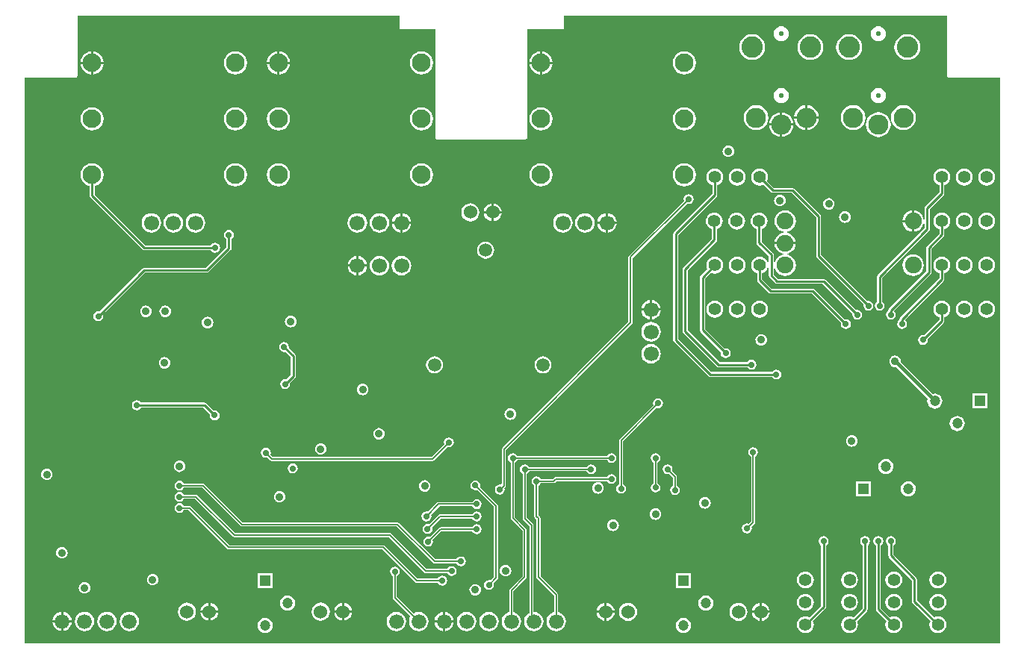
<source format=gbl>
G04*
G04 #@! TF.GenerationSoftware,Altium Limited,Altium Designer,20.1.11 (218)*
G04*
G04 Layer_Physical_Order=4*
G04 Layer_Color=16711680*
%FSLAX25Y25*%
%MOIN*%
G70*
G04*
G04 #@! TF.SameCoordinates,FE814F26-7F82-419D-9895-0DDABB92EEBD*
G04*
G04*
G04 #@! TF.FilePolarity,Positive*
G04*
G01*
G75*
%ADD85C,0.02756*%
%ADD90C,0.00598*%
%ADD91C,0.01000*%
%ADD94C,0.01598*%
%ADD101C,0.05512*%
%ADD102C,0.06693*%
%ADD103C,0.06600*%
%ADD104C,0.06000*%
%ADD105R,0.04724X0.04724*%
%ADD106C,0.04724*%
%ADD107R,0.04724X0.04724*%
%ADD108C,0.08268*%
%ADD109C,0.08996*%
%ADD110C,0.09524*%
%ADD111C,0.02165*%
%ADD112C,0.07480*%
%ADD113C,0.03543*%
%ADD114C,0.05906*%
G36*
X412575Y254331D02*
X412637Y254020D01*
X412813Y253757D01*
X413075Y253582D01*
X413386Y253520D01*
X436197D01*
X436197Y811D01*
X811D01*
X811Y253520D01*
X23622D01*
X23932Y253582D01*
X24195Y253757D01*
X24371Y254020D01*
X24433Y254331D01*
Y281079D01*
X168095D01*
Y275984D01*
X168156Y275677D01*
X168330Y275417D01*
X168590Y275243D01*
X168898Y275182D01*
X184229D01*
Y226772D01*
X184290Y226461D01*
X184466Y226198D01*
X184729Y226023D01*
X185039Y225961D01*
X224375D01*
X224685Y226023D01*
X224948Y226198D01*
X225124Y226461D01*
X225186Y226772D01*
Y275182D01*
X240945D01*
X241252Y275243D01*
X241512Y275417D01*
X241687Y275677D01*
X241748Y275984D01*
Y281079D01*
X412575D01*
Y254331D01*
D02*
G37*
%LPC*%
G36*
X381890Y276423D02*
X381012Y276307D01*
X380194Y275968D01*
X379492Y275429D01*
X378953Y274727D01*
X378614Y273909D01*
X378499Y273031D01*
X378614Y272154D01*
X378953Y271336D01*
X379492Y270634D01*
X380194Y270095D01*
X381012Y269756D01*
X381890Y269640D01*
X382768Y269756D01*
X383585Y270095D01*
X384288Y270634D01*
X384827Y271336D01*
X385165Y272154D01*
X385281Y273031D01*
X385165Y273909D01*
X384827Y274727D01*
X384288Y275429D01*
X383585Y275968D01*
X382768Y276307D01*
X381890Y276423D01*
D02*
G37*
G36*
X338583D02*
X337705Y276307D01*
X336887Y275968D01*
X336185Y275429D01*
X335646Y274727D01*
X335307Y273909D01*
X335191Y273031D01*
X335307Y272154D01*
X335646Y271336D01*
X336185Y270634D01*
X336887Y270095D01*
X337705Y269756D01*
X338583Y269640D01*
X339460Y269756D01*
X340278Y270095D01*
X340981Y270634D01*
X341519Y271336D01*
X341858Y272154D01*
X341974Y273031D01*
X341858Y273909D01*
X341519Y274727D01*
X340981Y275429D01*
X340278Y275968D01*
X339460Y276307D01*
X338583Y276423D01*
D02*
G37*
G36*
X394882Y272937D02*
X393378Y272740D01*
X391976Y272159D01*
X390773Y271235D01*
X389849Y270032D01*
X389268Y268630D01*
X389070Y267126D01*
X389268Y265622D01*
X389849Y264220D01*
X390773Y263017D01*
X391976Y262093D01*
X393378Y261512D01*
X394882Y261314D01*
X396386Y261512D01*
X397788Y262093D01*
X398991Y263017D01*
X399915Y264220D01*
X400495Y265622D01*
X400693Y267126D01*
X400495Y268630D01*
X399915Y270032D01*
X398991Y271235D01*
X397788Y272159D01*
X396386Y272740D01*
X394882Y272937D01*
D02*
G37*
G36*
X368898D02*
X367393Y272740D01*
X365992Y272159D01*
X364788Y271235D01*
X363865Y270032D01*
X363284Y268630D01*
X363086Y267126D01*
X363284Y265622D01*
X363865Y264220D01*
X364788Y263017D01*
X365992Y262093D01*
X367393Y261512D01*
X368898Y261314D01*
X370402Y261512D01*
X371803Y262093D01*
X373007Y263017D01*
X373931Y264220D01*
X374511Y265622D01*
X374709Y267126D01*
X374511Y268630D01*
X373931Y270032D01*
X373007Y271235D01*
X371803Y272159D01*
X370402Y272740D01*
X368898Y272937D01*
D02*
G37*
G36*
X351575D02*
X350071Y272740D01*
X348669Y272159D01*
X347465Y271235D01*
X346542Y270032D01*
X345961Y268630D01*
X345763Y267126D01*
X345961Y265622D01*
X346542Y264220D01*
X347465Y263017D01*
X348669Y262093D01*
X350071Y261512D01*
X351575Y261314D01*
X353079Y261512D01*
X354481Y262093D01*
X355684Y263017D01*
X356608Y264220D01*
X357188Y265622D01*
X357386Y267126D01*
X357188Y268630D01*
X356608Y270032D01*
X355684Y271235D01*
X354481Y272159D01*
X353079Y272740D01*
X351575Y272937D01*
D02*
G37*
G36*
X325590D02*
X324086Y272740D01*
X322685Y272159D01*
X321481Y271235D01*
X320558Y270032D01*
X319977Y268630D01*
X319779Y267126D01*
X319977Y265622D01*
X320558Y264220D01*
X321481Y263017D01*
X322685Y262093D01*
X324086Y261512D01*
X325590Y261314D01*
X327095Y261512D01*
X328496Y262093D01*
X329700Y263017D01*
X330624Y264220D01*
X331204Y265622D01*
X331402Y267126D01*
X331204Y268630D01*
X330624Y270032D01*
X329700Y271235D01*
X328496Y272159D01*
X327095Y272740D01*
X325590Y272937D01*
D02*
G37*
G36*
X114673Y265152D02*
Y260539D01*
X119286D01*
X119175Y261380D01*
X118658Y262629D01*
X117835Y263701D01*
X116762Y264524D01*
X115514Y265041D01*
X114673Y265152D01*
D02*
G37*
G36*
X113673D02*
X112833Y265041D01*
X111584Y264524D01*
X110512Y263701D01*
X109689Y262629D01*
X109171Y261380D01*
X109061Y260539D01*
X113673D01*
Y265152D01*
D02*
G37*
G36*
X31543D02*
Y260539D01*
X36156D01*
X36045Y261380D01*
X35528Y262629D01*
X34705Y263701D01*
X33632Y264524D01*
X32383Y265041D01*
X31543Y265152D01*
D02*
G37*
G36*
X30543D02*
X29703Y265041D01*
X28454Y264524D01*
X27382Y263701D01*
X26559Y262629D01*
X26041Y261380D01*
X25931Y260539D01*
X30543D01*
Y265152D01*
D02*
G37*
G36*
X231878D02*
Y260539D01*
X236490D01*
X236379Y261380D01*
X235862Y262629D01*
X235039Y263701D01*
X233967Y264524D01*
X232718Y265041D01*
X231878Y265152D01*
D02*
G37*
G36*
X230878Y265152D02*
X230037Y265041D01*
X228788Y264524D01*
X227716Y263701D01*
X226893Y262629D01*
X226376Y261380D01*
X226265Y260539D01*
X230878D01*
Y265152D01*
D02*
G37*
G36*
X236490Y259539D02*
X231878D01*
Y254927D01*
X232718Y255037D01*
X233967Y255555D01*
X235039Y256378D01*
X235862Y257450D01*
X236379Y258699D01*
X236490Y259539D01*
D02*
G37*
G36*
X36156Y259539D02*
X31543D01*
Y254927D01*
X32383Y255037D01*
X33632Y255555D01*
X34705Y256378D01*
X35528Y257450D01*
X36045Y258699D01*
X36156Y259539D01*
D02*
G37*
G36*
X113673Y259539D02*
X109061D01*
X109171Y258699D01*
X109689Y257450D01*
X110512Y256378D01*
X111584Y255555D01*
X112833Y255037D01*
X113673Y254927D01*
Y259539D01*
D02*
G37*
G36*
X119286D02*
X114673D01*
Y254927D01*
X115514Y255037D01*
X116762Y255555D01*
X117835Y256378D01*
X118658Y257450D01*
X119175Y258699D01*
X119286Y259539D01*
D02*
G37*
G36*
X30543Y259539D02*
X25931D01*
X26041Y258699D01*
X26559Y257450D01*
X27382Y256378D01*
X28454Y255555D01*
X29703Y255037D01*
X30543Y254927D01*
Y259539D01*
D02*
G37*
G36*
X230878Y259539D02*
X226265D01*
X226376Y258699D01*
X226893Y257450D01*
X227716Y256378D01*
X228788Y255555D01*
X230037Y255037D01*
X230878Y254927D01*
Y259539D01*
D02*
G37*
G36*
X295276Y265218D02*
X293935Y265041D01*
X292686Y264524D01*
X291614Y263701D01*
X290791Y262629D01*
X290274Y261380D01*
X290097Y260039D01*
X290274Y258699D01*
X290791Y257450D01*
X291614Y256378D01*
X292686Y255555D01*
X293935Y255037D01*
X295276Y254861D01*
X296616Y255037D01*
X297865Y255555D01*
X298937Y256378D01*
X299760Y257450D01*
X300277Y258699D01*
X300454Y260039D01*
X300277Y261380D01*
X299760Y262629D01*
X298937Y263701D01*
X297865Y264524D01*
X296616Y265041D01*
X295276Y265218D01*
D02*
G37*
G36*
X178071D02*
X176731Y265041D01*
X175482Y264524D01*
X174410Y263701D01*
X173587Y262629D01*
X173069Y261380D01*
X172893Y260039D01*
X173069Y258699D01*
X173587Y257450D01*
X174410Y256378D01*
X175482Y255555D01*
X176731Y255037D01*
X178071Y254861D01*
X179411Y255037D01*
X180660Y255555D01*
X181733Y256378D01*
X182556Y257450D01*
X183073Y258699D01*
X183249Y260039D01*
X183073Y261380D01*
X182556Y262629D01*
X181733Y263701D01*
X180660Y264524D01*
X179411Y265041D01*
X178071Y265218D01*
D02*
G37*
G36*
X94941D02*
X93601Y265041D01*
X92352Y264524D01*
X91280Y263701D01*
X90457Y262629D01*
X89939Y261380D01*
X89763Y260039D01*
X89939Y258699D01*
X90457Y257450D01*
X91280Y256378D01*
X92352Y255555D01*
X93601Y255037D01*
X94941Y254861D01*
X96281Y255037D01*
X97530Y255555D01*
X98603Y256378D01*
X99426Y257450D01*
X99943Y258699D01*
X100119Y260039D01*
X99943Y261380D01*
X99426Y262629D01*
X98603Y263701D01*
X97530Y264524D01*
X96281Y265041D01*
X94941Y265218D01*
D02*
G37*
G36*
X381890Y248864D02*
X381012Y248748D01*
X380194Y248409D01*
X379492Y247870D01*
X378953Y247168D01*
X378614Y246350D01*
X378499Y245472D01*
X378614Y244595D01*
X378953Y243777D01*
X379492Y243074D01*
X380194Y242536D01*
X381012Y242197D01*
X381890Y242081D01*
X382768Y242197D01*
X383585Y242536D01*
X384288Y243074D01*
X384827Y243777D01*
X385165Y244595D01*
X385281Y245472D01*
X385165Y246350D01*
X384827Y247168D01*
X384288Y247870D01*
X383585Y248409D01*
X382768Y248748D01*
X381890Y248864D01*
D02*
G37*
G36*
X338583D02*
X337705Y248748D01*
X336887Y248409D01*
X336185Y247870D01*
X335646Y247168D01*
X335307Y246350D01*
X335191Y245472D01*
X335307Y244595D01*
X335646Y243777D01*
X336185Y243074D01*
X336887Y242536D01*
X337705Y242197D01*
X338583Y242081D01*
X339460Y242197D01*
X340278Y242536D01*
X340981Y243074D01*
X341519Y243777D01*
X341858Y244595D01*
X341974Y245472D01*
X341858Y246350D01*
X341519Y247168D01*
X340981Y247870D01*
X340278Y248409D01*
X339460Y248748D01*
X338583Y248864D01*
D02*
G37*
G36*
X350303Y241110D02*
Y236130D01*
X355283D01*
X355160Y237065D01*
X354606Y238403D01*
X353724Y239551D01*
X352576Y240432D01*
X351238Y240986D01*
X350303Y241110D01*
D02*
G37*
G36*
X349303D02*
X348368Y240986D01*
X347030Y240432D01*
X345882Y239551D01*
X345001Y238403D01*
X344447Y237065D01*
X344323Y236130D01*
X349303D01*
Y241110D01*
D02*
G37*
G36*
X339083Y237960D02*
Y232980D01*
X344062D01*
X343939Y233916D01*
X343385Y235253D01*
X342504Y236402D01*
X341355Y237283D01*
X340018Y237837D01*
X339083Y237960D01*
D02*
G37*
G36*
X338083D02*
X337147Y237837D01*
X335810Y237283D01*
X334661Y236402D01*
X333780Y235253D01*
X333226Y233916D01*
X333103Y232980D01*
X338083D01*
Y237960D01*
D02*
G37*
G36*
X355283Y235130D02*
X350303D01*
Y230150D01*
X351238Y230273D01*
X352576Y230827D01*
X353724Y231709D01*
X354606Y232857D01*
X355160Y234195D01*
X355283Y235130D01*
D02*
G37*
G36*
X349303D02*
X344323D01*
X344447Y234195D01*
X345001Y232857D01*
X345882Y231709D01*
X347030Y230827D01*
X348368Y230273D01*
X349303Y230150D01*
Y235130D01*
D02*
G37*
G36*
X393110Y241175D02*
X391675Y240986D01*
X390337Y240432D01*
X389189Y239551D01*
X388308Y238403D01*
X387754Y237065D01*
X387565Y235630D01*
X387754Y234195D01*
X388308Y232857D01*
X389189Y231709D01*
X390337Y230827D01*
X391675Y230273D01*
X393110Y230084D01*
X394546Y230273D01*
X395883Y230827D01*
X397031Y231709D01*
X397913Y232857D01*
X398467Y234195D01*
X398656Y235630D01*
X398467Y237065D01*
X397913Y238403D01*
X397031Y239551D01*
X395883Y240432D01*
X394546Y240986D01*
X393110Y241175D01*
D02*
G37*
G36*
X370669D02*
X369234Y240986D01*
X367897Y240432D01*
X366748Y239551D01*
X365867Y238403D01*
X365313Y237065D01*
X365124Y235630D01*
X365313Y234195D01*
X365867Y232857D01*
X366748Y231709D01*
X367897Y230827D01*
X369234Y230273D01*
X370669Y230084D01*
X372105Y230273D01*
X373442Y230827D01*
X374590Y231709D01*
X375472Y232857D01*
X376026Y234195D01*
X376215Y235630D01*
X376026Y237065D01*
X375472Y238403D01*
X374590Y239551D01*
X373442Y240432D01*
X372105Y240986D01*
X370669Y241175D01*
D02*
G37*
G36*
X327362D02*
X325927Y240986D01*
X324589Y240432D01*
X323441Y239551D01*
X322560Y238403D01*
X322006Y237065D01*
X321817Y235630D01*
X322006Y234195D01*
X322560Y232857D01*
X323441Y231709D01*
X324589Y230827D01*
X325927Y230273D01*
X327362Y230084D01*
X328798Y230273D01*
X330135Y230827D01*
X331283Y231709D01*
X332165Y232857D01*
X332719Y234195D01*
X332908Y235630D01*
X332719Y237065D01*
X332165Y238403D01*
X331283Y239551D01*
X330135Y240432D01*
X328798Y240986D01*
X327362Y241175D01*
D02*
G37*
G36*
X295276Y240218D02*
X293935Y240041D01*
X292686Y239524D01*
X291614Y238701D01*
X290791Y237629D01*
X290274Y236380D01*
X290097Y235039D01*
X290274Y233699D01*
X290791Y232450D01*
X291614Y231378D01*
X292686Y230555D01*
X293935Y230037D01*
X295276Y229861D01*
X296616Y230037D01*
X297865Y230555D01*
X298937Y231378D01*
X299760Y232450D01*
X300277Y233699D01*
X300454Y235039D01*
X300277Y236380D01*
X299760Y237629D01*
X298937Y238701D01*
X297865Y239524D01*
X296616Y240041D01*
X295276Y240218D01*
D02*
G37*
G36*
X231378D02*
X230037Y240041D01*
X228788Y239524D01*
X227716Y238701D01*
X226893Y237629D01*
X226376Y236380D01*
X226199Y235039D01*
X226376Y233699D01*
X226893Y232450D01*
X227716Y231378D01*
X228788Y230555D01*
X230037Y230037D01*
X231378Y229861D01*
X232718Y230037D01*
X233967Y230555D01*
X235039Y231378D01*
X235862Y232450D01*
X236379Y233699D01*
X236556Y235039D01*
X236379Y236380D01*
X235862Y237629D01*
X235039Y238701D01*
X233967Y239524D01*
X232718Y240041D01*
X231378Y240218D01*
D02*
G37*
G36*
X178071D02*
X176731Y240041D01*
X175482Y239524D01*
X174410Y238701D01*
X173587Y237629D01*
X173069Y236380D01*
X172893Y235039D01*
X173069Y233699D01*
X173587Y232450D01*
X174410Y231378D01*
X175482Y230555D01*
X176731Y230037D01*
X178071Y229861D01*
X179411Y230037D01*
X180660Y230555D01*
X181733Y231378D01*
X182556Y232450D01*
X183073Y233699D01*
X183249Y235039D01*
X183073Y236380D01*
X182556Y237629D01*
X181733Y238701D01*
X180660Y239524D01*
X179411Y240041D01*
X178071Y240218D01*
D02*
G37*
G36*
X114173D02*
X112833Y240041D01*
X111584Y239524D01*
X110512Y238701D01*
X109689Y237629D01*
X109171Y236380D01*
X108995Y235039D01*
X109171Y233699D01*
X109689Y232450D01*
X110512Y231378D01*
X111584Y230555D01*
X112833Y230037D01*
X114173Y229861D01*
X115514Y230037D01*
X116762Y230555D01*
X117835Y231378D01*
X118658Y232450D01*
X119175Y233699D01*
X119351Y235039D01*
X119175Y236380D01*
X118658Y237629D01*
X117835Y238701D01*
X116762Y239524D01*
X115514Y240041D01*
X114173Y240218D01*
D02*
G37*
G36*
X94941D02*
X93601Y240041D01*
X92352Y239524D01*
X91280Y238701D01*
X90457Y237629D01*
X89939Y236380D01*
X89763Y235039D01*
X89939Y233699D01*
X90457Y232450D01*
X91280Y231378D01*
X92352Y230555D01*
X93601Y230037D01*
X94941Y229861D01*
X96281Y230037D01*
X97530Y230555D01*
X98603Y231378D01*
X99426Y232450D01*
X99943Y233699D01*
X100119Y235039D01*
X99943Y236380D01*
X99426Y237629D01*
X98603Y238701D01*
X97530Y239524D01*
X96281Y240041D01*
X94941Y240218D01*
D02*
G37*
G36*
X31043D02*
X29703Y240041D01*
X28454Y239524D01*
X27382Y238701D01*
X26559Y237629D01*
X26041Y236380D01*
X25865Y235039D01*
X26041Y233699D01*
X26559Y232450D01*
X27382Y231378D01*
X28454Y230555D01*
X29703Y230037D01*
X31043Y229861D01*
X32383Y230037D01*
X33632Y230555D01*
X34705Y231378D01*
X35528Y232450D01*
X36045Y233699D01*
X36221Y235039D01*
X36045Y236380D01*
X35528Y237629D01*
X34705Y238701D01*
X33632Y239524D01*
X32383Y240041D01*
X31043Y240218D01*
D02*
G37*
G36*
X344062Y231980D02*
X339083D01*
Y227001D01*
X340018Y227124D01*
X341355Y227678D01*
X342504Y228559D01*
X343385Y229708D01*
X343939Y231045D01*
X344062Y231980D01*
D02*
G37*
G36*
X338083D02*
X333103D01*
X333226Y231045D01*
X333780Y229708D01*
X334661Y228559D01*
X335810Y227678D01*
X337147Y227124D01*
X338083Y227001D01*
Y231980D01*
D02*
G37*
G36*
X381890Y238026D02*
X380454Y237837D01*
X379117Y237283D01*
X377969Y236402D01*
X377087Y235253D01*
X376533Y233916D01*
X376344Y232480D01*
X376533Y231045D01*
X377087Y229708D01*
X377969Y228559D01*
X379117Y227678D01*
X380454Y227124D01*
X381890Y226935D01*
X383325Y227124D01*
X384663Y227678D01*
X385811Y228559D01*
X386692Y229708D01*
X387246Y231045D01*
X387435Y232480D01*
X387246Y233916D01*
X386692Y235253D01*
X385811Y236402D01*
X384663Y237283D01*
X383325Y237837D01*
X381890Y238026D01*
D02*
G37*
G36*
X314961Y223164D02*
X314289Y223076D01*
X313664Y222816D01*
X313127Y222404D01*
X312715Y221867D01*
X312456Y221242D01*
X312368Y220571D01*
X312456Y219900D01*
X312715Y219274D01*
X313127Y218737D01*
X313664Y218325D01*
X314289Y218066D01*
X314961Y217978D01*
X315632Y218066D01*
X316257Y218325D01*
X316794Y218737D01*
X317206Y219274D01*
X317465Y219900D01*
X317554Y220571D01*
X317465Y221242D01*
X317206Y221867D01*
X316794Y222404D01*
X316257Y222816D01*
X315632Y223076D01*
X314961Y223164D01*
D02*
G37*
G36*
X318898Y212843D02*
X317917Y212714D01*
X317003Y212336D01*
X316219Y211734D01*
X315617Y210949D01*
X315238Y210036D01*
X315109Y209055D01*
X315238Y208075D01*
X315617Y207161D01*
X316219Y206376D01*
X317003Y205774D01*
X317917Y205396D01*
X318898Y205267D01*
X319878Y205396D01*
X320792Y205774D01*
X321576Y206376D01*
X322178Y207161D01*
X322557Y208075D01*
X322686Y209055D01*
X322557Y210036D01*
X322178Y210949D01*
X321576Y211734D01*
X320792Y212336D01*
X319878Y212714D01*
X318898Y212843D01*
D02*
G37*
G36*
X430276Y212843D02*
X429295Y212714D01*
X428381Y212336D01*
X427597Y211734D01*
X426995Y210949D01*
X426616Y210036D01*
X426487Y209055D01*
X426616Y208075D01*
X426995Y207161D01*
X427597Y206376D01*
X428381Y205774D01*
X429295Y205396D01*
X430276Y205267D01*
X431256Y205396D01*
X432170Y205774D01*
X432954Y206376D01*
X433556Y207161D01*
X433935Y208075D01*
X434064Y209055D01*
X433935Y210036D01*
X433556Y210949D01*
X432954Y211734D01*
X432170Y212336D01*
X431256Y212714D01*
X430276Y212843D01*
D02*
G37*
G36*
X420276D02*
X419295Y212714D01*
X418381Y212336D01*
X417597Y211734D01*
X416995Y210949D01*
X416616Y210036D01*
X416487Y209055D01*
X416616Y208075D01*
X416995Y207161D01*
X417597Y206376D01*
X418381Y205774D01*
X419295Y205396D01*
X420276Y205267D01*
X421256Y205396D01*
X422170Y205774D01*
X422954Y206376D01*
X423556Y207161D01*
X423935Y208075D01*
X424064Y209055D01*
X423935Y210036D01*
X423556Y210949D01*
X422954Y211734D01*
X422170Y212336D01*
X421256Y212714D01*
X420276Y212843D01*
D02*
G37*
G36*
X295276Y215218D02*
X293935Y215041D01*
X292686Y214524D01*
X291614Y213701D01*
X290791Y212629D01*
X290274Y211380D01*
X290097Y210039D01*
X290274Y208699D01*
X290791Y207450D01*
X291614Y206378D01*
X292686Y205555D01*
X293935Y205037D01*
X295276Y204861D01*
X296616Y205037D01*
X297865Y205555D01*
X298937Y206378D01*
X299760Y207450D01*
X300277Y208699D01*
X300454Y210039D01*
X300277Y211380D01*
X299760Y212629D01*
X298937Y213701D01*
X297865Y214524D01*
X296616Y215041D01*
X295276Y215218D01*
D02*
G37*
G36*
X231378D02*
X230037Y215041D01*
X228788Y214524D01*
X227716Y213701D01*
X226893Y212629D01*
X226376Y211380D01*
X226199Y210039D01*
X226376Y208699D01*
X226893Y207450D01*
X227716Y206378D01*
X228788Y205555D01*
X230037Y205037D01*
X231378Y204861D01*
X232718Y205037D01*
X233967Y205555D01*
X235039Y206378D01*
X235862Y207450D01*
X236379Y208699D01*
X236556Y210039D01*
X236379Y211380D01*
X235862Y212629D01*
X235039Y213701D01*
X233967Y214524D01*
X232718Y215041D01*
X231378Y215218D01*
D02*
G37*
G36*
X178071D02*
X176731Y215041D01*
X175482Y214524D01*
X174410Y213701D01*
X173587Y212629D01*
X173069Y211380D01*
X172893Y210039D01*
X173069Y208699D01*
X173587Y207450D01*
X174410Y206378D01*
X175482Y205555D01*
X176731Y205037D01*
X178071Y204861D01*
X179411Y205037D01*
X180660Y205555D01*
X181733Y206378D01*
X182556Y207450D01*
X183073Y208699D01*
X183249Y210039D01*
X183073Y211380D01*
X182556Y212629D01*
X181733Y213701D01*
X180660Y214524D01*
X179411Y215041D01*
X178071Y215218D01*
D02*
G37*
G36*
X114173D02*
X112833Y215041D01*
X111584Y214524D01*
X110512Y213701D01*
X109689Y212629D01*
X109171Y211380D01*
X108995Y210039D01*
X109171Y208699D01*
X109689Y207450D01*
X110512Y206378D01*
X111584Y205555D01*
X112833Y205037D01*
X114173Y204861D01*
X115514Y205037D01*
X116762Y205555D01*
X117835Y206378D01*
X118658Y207450D01*
X119175Y208699D01*
X119351Y210039D01*
X119175Y211380D01*
X118658Y212629D01*
X117835Y213701D01*
X116762Y214524D01*
X115514Y215041D01*
X114173Y215218D01*
D02*
G37*
G36*
X94941D02*
X93601Y215041D01*
X92352Y214524D01*
X91280Y213701D01*
X90457Y212629D01*
X89939Y211380D01*
X89763Y210039D01*
X89939Y208699D01*
X90457Y207450D01*
X91280Y206378D01*
X92352Y205555D01*
X93601Y205037D01*
X94941Y204861D01*
X96281Y205037D01*
X97530Y205555D01*
X98603Y206378D01*
X99426Y207450D01*
X99943Y208699D01*
X100119Y210039D01*
X99943Y211380D01*
X99426Y212629D01*
X98603Y213701D01*
X97530Y214524D01*
X96281Y215041D01*
X94941Y215218D01*
D02*
G37*
G36*
X297243Y201432D02*
X296394Y201263D01*
X295674Y200781D01*
X295193Y200061D01*
X295024Y199212D01*
X295177Y198440D01*
X270687Y173950D01*
X270489Y173653D01*
X270419Y173303D01*
X270419Y173303D01*
Y144450D01*
X214117Y88147D01*
X213918Y87850D01*
X213848Y87500D01*
X213848Y87500D01*
Y72053D01*
X213349Y71643D01*
X212992Y71714D01*
X212143Y71545D01*
X211422Y71064D01*
X210941Y70344D01*
X210772Y69494D01*
X210941Y68645D01*
X211422Y67924D01*
X212143Y67443D01*
X212992Y67274D01*
X213842Y67443D01*
X214562Y67924D01*
X215043Y68645D01*
X215212Y69494D01*
X215059Y70261D01*
X215411Y70613D01*
X215411Y70613D01*
X215609Y70910D01*
X215679Y71260D01*
X215679Y71260D01*
Y87121D01*
X271982Y143423D01*
X271982Y143423D01*
X272180Y143720D01*
X272250Y144071D01*
X272250Y144071D01*
Y172924D01*
X296472Y197146D01*
X297243Y196992D01*
X298093Y197161D01*
X298813Y197642D01*
X299294Y198362D01*
X299463Y199212D01*
X299294Y200061D01*
X298813Y200781D01*
X298093Y201263D01*
X297243Y201432D01*
D02*
G37*
G36*
X337932Y201215D02*
X337261Y201127D01*
X336635Y200868D01*
X336098Y200456D01*
X335686Y199919D01*
X335427Y199293D01*
X335339Y198622D01*
X335427Y197951D01*
X335686Y197326D01*
X336098Y196789D01*
X336635Y196376D01*
X337261Y196117D01*
X337932Y196029D01*
X338603Y196117D01*
X339228Y196376D01*
X339765Y196789D01*
X340177Y197326D01*
X340437Y197951D01*
X340525Y198622D01*
X340437Y199293D01*
X340177Y199919D01*
X339765Y200456D01*
X339228Y200868D01*
X338603Y201127D01*
X337932Y201215D01*
D02*
G37*
G36*
X359822Y199640D02*
X359151Y199552D01*
X358525Y199293D01*
X357988Y198881D01*
X357576Y198344D01*
X357317Y197718D01*
X357229Y197047D01*
X357317Y196376D01*
X357576Y195751D01*
X357988Y195214D01*
X358525Y194802D01*
X359151Y194543D01*
X359822Y194454D01*
X360493Y194543D01*
X361118Y194802D01*
X361655Y195214D01*
X362067Y195751D01*
X362326Y196376D01*
X362415Y197047D01*
X362326Y197718D01*
X362067Y198344D01*
X361655Y198881D01*
X361118Y199293D01*
X360493Y199552D01*
X359822Y199640D01*
D02*
G37*
G36*
X210343Y197276D02*
Y193807D01*
X213811D01*
X213740Y194351D01*
X213336Y195324D01*
X212695Y196160D01*
X211860Y196801D01*
X210887Y197204D01*
X210343Y197276D01*
D02*
G37*
G36*
X209343Y197276D02*
X208798Y197204D01*
X207825Y196801D01*
X206990Y196160D01*
X206348Y195324D01*
X205945Y194351D01*
X205874Y193807D01*
X209343D01*
Y197276D01*
D02*
G37*
G36*
X410276Y212843D02*
X409295Y212714D01*
X408381Y212336D01*
X407597Y211734D01*
X406995Y210949D01*
X406616Y210036D01*
X406487Y209055D01*
X406616Y208075D01*
X406995Y207161D01*
X407597Y206376D01*
X408381Y205774D01*
X409156Y205454D01*
Y202176D01*
X402948Y195969D01*
X402705Y195606D01*
X402620Y195177D01*
Y190176D01*
X402120Y190143D01*
X402059Y190608D01*
X401581Y191761D01*
X400822Y192751D01*
X399832Y193511D01*
X398678Y193988D01*
X397941Y194085D01*
Y189370D01*
Y184655D01*
X398678Y184752D01*
X399832Y185230D01*
X400822Y185989D01*
X401581Y186979D01*
X402059Y188133D01*
X402120Y188597D01*
X402620Y188564D01*
Y186291D01*
X381688Y165359D01*
X381446Y164996D01*
X381360Y164567D01*
Y153445D01*
X380911Y153144D01*
X380430Y152424D01*
X380260Y151575D01*
X380430Y150725D01*
X380911Y150005D01*
X381631Y149524D01*
X382480Y149355D01*
X383330Y149524D01*
X384050Y150005D01*
X384531Y150725D01*
X384700Y151575D01*
X384531Y152424D01*
X384050Y153144D01*
X383600Y153445D01*
Y164103D01*
X404532Y185035D01*
X404775Y185398D01*
X404860Y185827D01*
Y194713D01*
X411067Y200921D01*
X411310Y201284D01*
X411396Y201713D01*
Y205454D01*
X412170Y205774D01*
X412954Y206376D01*
X413556Y207161D01*
X413935Y208075D01*
X414064Y209055D01*
X413935Y210036D01*
X413556Y210949D01*
X412954Y211734D01*
X412170Y212336D01*
X411256Y212714D01*
X410276Y212843D01*
D02*
G37*
G36*
X396941Y194085D02*
X396203Y193988D01*
X395050Y193511D01*
X394060Y192751D01*
X393300Y191761D01*
X392823Y190608D01*
X392726Y189870D01*
X396941D01*
Y194085D01*
D02*
G37*
G36*
X209343Y192807D02*
X205874D01*
X205945Y192263D01*
X206348Y191290D01*
X206990Y190454D01*
X207825Y189813D01*
X208798Y189410D01*
X209343Y189338D01*
Y192807D01*
D02*
G37*
G36*
X213811D02*
X210343D01*
Y189338D01*
X210887Y189410D01*
X211860Y189813D01*
X212695Y190454D01*
X213336Y191290D01*
X213740Y192263D01*
X213811Y192807D01*
D02*
G37*
G36*
X199843Y197342D02*
X198798Y197204D01*
X197825Y196801D01*
X196990Y196160D01*
X196349Y195324D01*
X195946Y194351D01*
X195808Y193307D01*
X195946Y192263D01*
X196349Y191290D01*
X196990Y190454D01*
X197825Y189813D01*
X198798Y189410D01*
X199843Y189273D01*
X200887Y189410D01*
X201860Y189813D01*
X202695Y190454D01*
X203337Y191290D01*
X203740Y192263D01*
X203877Y193307D01*
X203740Y194351D01*
X203337Y195324D01*
X202695Y196160D01*
X201860Y196801D01*
X200887Y197204D01*
X199843Y197342D01*
D02*
G37*
G36*
X169595Y192901D02*
Y189083D01*
X173413D01*
X173329Y189717D01*
X172891Y190775D01*
X172194Y191683D01*
X171286Y192379D01*
X170229Y192817D01*
X169595Y192901D01*
D02*
G37*
G36*
X261327Y192901D02*
Y189083D01*
X265145D01*
X265061Y189717D01*
X264623Y190775D01*
X263927Y191683D01*
X263019Y192379D01*
X261961Y192817D01*
X261327Y192901D01*
D02*
G37*
G36*
X260327Y192901D02*
X259692Y192817D01*
X258635Y192379D01*
X257727Y191683D01*
X257030Y190775D01*
X256592Y189717D01*
X256509Y189083D01*
X260327D01*
Y192901D01*
D02*
G37*
G36*
X168595Y192901D02*
X167960Y192817D01*
X166902Y192379D01*
X165995Y191683D01*
X165298Y190775D01*
X164860Y189717D01*
X164776Y189083D01*
X168595D01*
Y192901D01*
D02*
G37*
G36*
X366967Y193735D02*
X366296Y193646D01*
X365671Y193387D01*
X365134Y192975D01*
X364722Y192438D01*
X364463Y191813D01*
X364374Y191142D01*
X364463Y190471D01*
X364722Y189845D01*
X365134Y189308D01*
X365671Y188896D01*
X366296Y188637D01*
X366967Y188549D01*
X367638Y188637D01*
X368264Y188896D01*
X368801Y189308D01*
X369213Y189845D01*
X369472Y190471D01*
X369560Y191142D01*
X369472Y191813D01*
X369213Y192438D01*
X368801Y192975D01*
X368264Y193387D01*
X367638Y193646D01*
X366967Y193735D01*
D02*
G37*
G36*
X430276Y193158D02*
X429295Y193029D01*
X428381Y192651D01*
X427597Y192049D01*
X426995Y191264D01*
X426616Y190351D01*
X426487Y189370D01*
X426616Y188390D01*
X426995Y187476D01*
X427597Y186691D01*
X428381Y186089D01*
X429295Y185711D01*
X430276Y185582D01*
X431256Y185711D01*
X432170Y186089D01*
X432954Y186691D01*
X433556Y187476D01*
X433935Y188390D01*
X434064Y189370D01*
X433935Y190351D01*
X433556Y191264D01*
X432954Y192049D01*
X432170Y192651D01*
X431256Y193029D01*
X430276Y193158D01*
D02*
G37*
G36*
X420276D02*
X419295Y193029D01*
X418381Y192651D01*
X417597Y192049D01*
X416995Y191264D01*
X416616Y190351D01*
X416487Y189370D01*
X416616Y188390D01*
X416995Y187476D01*
X417597Y186691D01*
X418381Y186089D01*
X419295Y185711D01*
X420276Y185582D01*
X421256Y185711D01*
X422170Y186089D01*
X422954Y186691D01*
X423556Y187476D01*
X423935Y188390D01*
X424064Y189370D01*
X423935Y190351D01*
X423556Y191264D01*
X422954Y192049D01*
X422170Y192651D01*
X421256Y193029D01*
X420276Y193158D01*
D02*
G37*
G36*
X318740Y193158D02*
X317760Y193029D01*
X316846Y192651D01*
X316061Y192049D01*
X315459Y191264D01*
X315081Y190351D01*
X314952Y189370D01*
X315081Y188390D01*
X315459Y187476D01*
X316061Y186691D01*
X316846Y186089D01*
X317760Y185711D01*
X318740Y185582D01*
X319721Y185711D01*
X320634Y186089D01*
X321419Y186691D01*
X322021Y187476D01*
X322399Y188390D01*
X322529Y189370D01*
X322399Y190351D01*
X322021Y191264D01*
X321419Y192049D01*
X320634Y192651D01*
X319721Y193029D01*
X318740Y193158D01*
D02*
G37*
G36*
X396941Y188870D02*
X392726D01*
X392823Y188133D01*
X393300Y186979D01*
X394060Y185989D01*
X395050Y185230D01*
X396203Y184752D01*
X396941Y184655D01*
Y188870D01*
D02*
G37*
G36*
X260327Y188083D02*
X256509D01*
X256592Y187448D01*
X257030Y186391D01*
X257727Y185483D01*
X258635Y184786D01*
X259692Y184348D01*
X260327Y184265D01*
Y188083D01*
D02*
G37*
G36*
X173413D02*
X169595D01*
Y184265D01*
X170229Y184348D01*
X171286Y184786D01*
X172194Y185483D01*
X172891Y186391D01*
X173329Y187448D01*
X173413Y188083D01*
D02*
G37*
G36*
X168595D02*
X164776D01*
X164860Y187448D01*
X165298Y186391D01*
X165995Y185483D01*
X166902Y184786D01*
X167960Y184348D01*
X168595Y184265D01*
Y188083D01*
D02*
G37*
G36*
X265145D02*
X261327D01*
Y184265D01*
X261961Y184348D01*
X263019Y184786D01*
X263927Y185483D01*
X264623Y186391D01*
X265061Y187448D01*
X265145Y188083D01*
D02*
G37*
G36*
X250984Y192967D02*
X249850Y192817D01*
X248792Y192379D01*
X247884Y191683D01*
X247188Y190775D01*
X246750Y189717D01*
X246600Y188583D01*
X246750Y187448D01*
X247188Y186391D01*
X247884Y185483D01*
X248792Y184786D01*
X249850Y184348D01*
X250984Y184199D01*
X252119Y184348D01*
X253176Y184786D01*
X254084Y185483D01*
X254781Y186391D01*
X255219Y187448D01*
X255368Y188583D01*
X255219Y189717D01*
X254781Y190775D01*
X254084Y191683D01*
X253176Y192379D01*
X252119Y192817D01*
X250984Y192967D01*
D02*
G37*
G36*
X241142D02*
X240007Y192817D01*
X238950Y192379D01*
X238042Y191683D01*
X237345Y190775D01*
X236907Y189717D01*
X236758Y188583D01*
X236907Y187448D01*
X237345Y186391D01*
X238042Y185483D01*
X238950Y184786D01*
X240007Y184348D01*
X241142Y184199D01*
X242276Y184348D01*
X243334Y184786D01*
X244242Y185483D01*
X244938Y186391D01*
X245376Y187448D01*
X245526Y188583D01*
X245376Y189717D01*
X244938Y190775D01*
X244242Y191683D01*
X243334Y192379D01*
X242276Y192817D01*
X241142Y192967D01*
D02*
G37*
G36*
X159252D02*
X158117Y192817D01*
X157060Y192379D01*
X156152Y191683D01*
X155455Y190775D01*
X155017Y189717D01*
X154868Y188583D01*
X155017Y187448D01*
X155455Y186391D01*
X156152Y185483D01*
X157060Y184786D01*
X158117Y184348D01*
X159252Y184199D01*
X160387Y184348D01*
X161444Y184786D01*
X162352Y185483D01*
X163049Y186391D01*
X163487Y187448D01*
X163636Y188583D01*
X163487Y189717D01*
X163049Y190775D01*
X162352Y191683D01*
X161444Y192379D01*
X160387Y192817D01*
X159252Y192967D01*
D02*
G37*
G36*
X149409D02*
X148275Y192817D01*
X147217Y192379D01*
X146309Y191683D01*
X145613Y190775D01*
X145175Y189717D01*
X145026Y188583D01*
X145175Y187448D01*
X145613Y186391D01*
X146309Y185483D01*
X147217Y184786D01*
X148275Y184348D01*
X149409Y184199D01*
X150544Y184348D01*
X151601Y184786D01*
X152509Y185483D01*
X153206Y186391D01*
X153644Y187448D01*
X153793Y188583D01*
X153644Y189717D01*
X153206Y190775D01*
X152509Y191683D01*
X151601Y192379D01*
X150544Y192817D01*
X149409Y192967D01*
D02*
G37*
G36*
X77165D02*
X76031Y192817D01*
X74973Y192379D01*
X74065Y191683D01*
X73369Y190775D01*
X72931Y189717D01*
X72781Y188583D01*
X72931Y187448D01*
X73369Y186391D01*
X74065Y185483D01*
X74973Y184786D01*
X76031Y184348D01*
X77165Y184199D01*
X78300Y184348D01*
X79357Y184786D01*
X80265Y185483D01*
X80962Y186391D01*
X81400Y187448D01*
X81549Y188583D01*
X81400Y189717D01*
X80962Y190775D01*
X80265Y191683D01*
X79357Y192379D01*
X78300Y192817D01*
X77165Y192967D01*
D02*
G37*
G36*
X67323D02*
X66188Y192817D01*
X65131Y192379D01*
X64223Y191683D01*
X63526Y190775D01*
X63088Y189717D01*
X62939Y188583D01*
X63088Y187448D01*
X63526Y186391D01*
X64223Y185483D01*
X65131Y184786D01*
X66188Y184348D01*
X67323Y184199D01*
X68458Y184348D01*
X69515Y184786D01*
X70423Y185483D01*
X71119Y186391D01*
X71557Y187448D01*
X71707Y188583D01*
X71557Y189717D01*
X71119Y190775D01*
X70423Y191683D01*
X69515Y192379D01*
X68458Y192817D01*
X67323Y192967D01*
D02*
G37*
G36*
X57480D02*
X56346Y192817D01*
X55288Y192379D01*
X54380Y191683D01*
X53684Y190775D01*
X53246Y189717D01*
X53096Y188583D01*
X53246Y187448D01*
X53684Y186391D01*
X54380Y185483D01*
X55288Y184786D01*
X56346Y184348D01*
X57480Y184199D01*
X58615Y184348D01*
X59672Y184786D01*
X60580Y185483D01*
X61277Y186391D01*
X61715Y187448D01*
X61864Y188583D01*
X61715Y189717D01*
X61277Y190775D01*
X60580Y191683D01*
X59672Y192379D01*
X58615Y192817D01*
X57480Y192967D01*
D02*
G37*
G36*
X340354Y194151D02*
X339117Y193988D01*
X337964Y193511D01*
X336974Y192751D01*
X336214Y191761D01*
X335736Y190608D01*
X335573Y189370D01*
X335736Y188133D01*
X336214Y186979D01*
X336974Y185989D01*
X337964Y185230D01*
X339117Y184752D01*
X339504Y184701D01*
Y184197D01*
X339117Y184146D01*
X337964Y183668D01*
X336974Y182908D01*
X336214Y181918D01*
X335736Y180765D01*
X335639Y180027D01*
X340354D01*
X345070D01*
X344972Y180765D01*
X344495Y181918D01*
X343735Y182908D01*
X342745Y183668D01*
X341592Y184146D01*
X341205Y184197D01*
Y184701D01*
X341592Y184752D01*
X342745Y185230D01*
X343735Y185989D01*
X344495Y186979D01*
X344972Y188133D01*
X345135Y189370D01*
X344972Y190608D01*
X344495Y191761D01*
X343735Y192751D01*
X342745Y193511D01*
X341592Y193988D01*
X340354Y194151D01*
D02*
G37*
G36*
X31043Y215218D02*
X29703Y215041D01*
X28454Y214524D01*
X27382Y213701D01*
X26559Y212629D01*
X26041Y211380D01*
X25865Y210039D01*
X26041Y208699D01*
X26559Y207450D01*
X27382Y206378D01*
X28454Y205555D01*
X29703Y205037D01*
X29923Y205009D01*
Y200761D01*
X30008Y200332D01*
X30251Y199969D01*
X53556Y176663D01*
X53920Y176421D01*
X54348Y176335D01*
X84006D01*
X84306Y175886D01*
X85027Y175405D01*
X85876Y175236D01*
X86725Y175405D01*
X87446Y175886D01*
X87927Y176606D01*
X88096Y177455D01*
X87927Y178305D01*
X87446Y179025D01*
X86725Y179506D01*
X85876Y179675D01*
X85027Y179506D01*
X84306Y179025D01*
X84006Y178575D01*
X54812D01*
X32163Y201224D01*
Y205009D01*
X32383Y205037D01*
X33632Y205555D01*
X34705Y206378D01*
X35528Y207450D01*
X36045Y208699D01*
X36221Y210039D01*
X36045Y211380D01*
X35528Y212629D01*
X34705Y213701D01*
X33632Y214524D01*
X32383Y215041D01*
X31043Y215218D01*
D02*
G37*
G36*
X206693Y180162D02*
X205713Y180033D01*
X204801Y179655D01*
X204017Y179054D01*
X203416Y178270D01*
X203038Y177357D01*
X202909Y176378D01*
X203038Y175399D01*
X203416Y174486D01*
X204017Y173702D01*
X204801Y173101D01*
X205713Y172723D01*
X206693Y172594D01*
X207672Y172723D01*
X208585Y173101D01*
X209369Y173702D01*
X209970Y174486D01*
X210348Y175399D01*
X210477Y176378D01*
X210348Y177357D01*
X209970Y178270D01*
X209369Y179054D01*
X208585Y179655D01*
X207672Y180033D01*
X206693Y180162D01*
D02*
G37*
G36*
X328740Y193158D02*
X327760Y193029D01*
X326846Y192651D01*
X326061Y192049D01*
X325459Y191264D01*
X325081Y190351D01*
X324952Y189370D01*
X325081Y188390D01*
X325459Y187476D01*
X326061Y186691D01*
X326846Y186089D01*
X327620Y185769D01*
Y179724D01*
X327706Y179296D01*
X327948Y178932D01*
X333034Y173847D01*
Y170764D01*
X332557Y170666D01*
X332178Y171579D01*
X331576Y172364D01*
X330792Y172966D01*
X329878Y173344D01*
X328898Y173473D01*
X327917Y173344D01*
X327004Y172966D01*
X326219Y172364D01*
X325617Y171579D01*
X325238Y170666D01*
X325109Y169685D01*
X325238Y168704D01*
X325617Y167791D01*
X326219Y167006D01*
X327004Y166404D01*
X327778Y166084D01*
Y163031D01*
X327863Y162603D01*
X328106Y162240D01*
X332968Y157377D01*
X333331Y157135D01*
X333760Y157049D01*
X352194D01*
X365307Y143936D01*
X365201Y143405D01*
X365370Y142556D01*
X365852Y141836D01*
X366572Y141355D01*
X367421Y141186D01*
X368271Y141355D01*
X368991Y141836D01*
X369472Y142556D01*
X369641Y143405D01*
X369472Y144255D01*
X368991Y144975D01*
X368271Y145456D01*
X367421Y145625D01*
X366891Y145520D01*
X353449Y158961D01*
X353086Y159204D01*
X352658Y159289D01*
X334224D01*
X330018Y163495D01*
Y166084D01*
X330792Y166404D01*
X331576Y167006D01*
X332178Y167791D01*
X332557Y168704D01*
X333034Y168606D01*
Y165059D01*
X333119Y164630D01*
X333362Y164267D01*
X335921Y161708D01*
X336284Y161465D01*
X336713Y161380D01*
X357056D01*
X370366Y148070D01*
X370261Y147539D01*
X370429Y146690D01*
X370911Y145970D01*
X371631Y145489D01*
X372480Y145320D01*
X373330Y145489D01*
X374050Y145970D01*
X374531Y146690D01*
X374700Y147539D01*
X374531Y148389D01*
X374050Y149109D01*
X373330Y149590D01*
X372480Y149759D01*
X371950Y149654D01*
X358312Y163292D01*
X357948Y163535D01*
X357520Y163620D01*
X337176D01*
X335274Y165523D01*
Y168325D01*
X335736Y168448D01*
X336214Y167295D01*
X336974Y166304D01*
X337964Y165544D01*
X339117Y165067D01*
X340354Y164904D01*
X341592Y165067D01*
X342745Y165544D01*
X343735Y166304D01*
X344495Y167295D01*
X344972Y168448D01*
X345135Y169685D01*
X344972Y170923D01*
X344495Y172075D01*
X343735Y173066D01*
X342745Y173826D01*
X341592Y174303D01*
X341205Y174354D01*
Y174858D01*
X341592Y174909D01*
X342745Y175387D01*
X343735Y176147D01*
X344495Y177137D01*
X344972Y178290D01*
X345070Y179027D01*
X340354D01*
X335639D01*
X335736Y178290D01*
X336214Y177137D01*
X336974Y176147D01*
X337964Y175387D01*
X339117Y174909D01*
X339504Y174858D01*
Y174354D01*
X339117Y174303D01*
X337964Y173826D01*
X336974Y173066D01*
X336214Y172075D01*
X335736Y170923D01*
X335274Y171045D01*
Y174311D01*
X335188Y174740D01*
X334945Y175103D01*
X329860Y180188D01*
Y185769D01*
X330634Y186089D01*
X331419Y186691D01*
X332021Y187476D01*
X332399Y188390D01*
X332528Y189370D01*
X332399Y190351D01*
X332021Y191264D01*
X331419Y192049D01*
X330634Y192651D01*
X329721Y193029D01*
X328740Y193158D01*
D02*
G37*
G36*
X149909Y173806D02*
Y169988D01*
X153727D01*
X153644Y170623D01*
X153206Y171680D01*
X152509Y172588D01*
X151601Y173285D01*
X150544Y173723D01*
X149909Y173806D01*
D02*
G37*
G36*
X148909D02*
X148275Y173723D01*
X147217Y173285D01*
X146309Y172588D01*
X145613Y171680D01*
X145175Y170623D01*
X145091Y169988D01*
X148909D01*
Y173806D01*
D02*
G37*
G36*
X318898Y173473D02*
X317917Y173344D01*
X317003Y172966D01*
X316219Y172364D01*
X315617Y171579D01*
X315238Y170666D01*
X315109Y169685D01*
X315238Y168704D01*
X315617Y167791D01*
X316219Y167006D01*
X317003Y166404D01*
X317917Y166026D01*
X318898Y165897D01*
X319878Y166026D01*
X320792Y166404D01*
X321576Y167006D01*
X322178Y167791D01*
X322557Y168704D01*
X322686Y169685D01*
X322557Y170666D01*
X322178Y171579D01*
X321576Y172364D01*
X320792Y172966D01*
X319878Y173344D01*
X318898Y173473D01*
D02*
G37*
G36*
X308898D02*
X307917Y173344D01*
X307003Y172966D01*
X306219Y172364D01*
X305617Y171579D01*
X305238Y170666D01*
X305109Y169685D01*
X305238Y168704D01*
X305559Y167930D01*
X302653Y165024D01*
X302410Y164661D01*
X302325Y164232D01*
Y140748D01*
X302410Y140319D01*
X302653Y139956D01*
X311679Y130930D01*
X311574Y130399D01*
X311743Y129550D01*
X312224Y128830D01*
X312944Y128348D01*
X313794Y128179D01*
X314643Y128348D01*
X315363Y128830D01*
X315844Y129550D01*
X316014Y130399D01*
X315844Y131249D01*
X315363Y131969D01*
X314643Y132450D01*
X313794Y132619D01*
X313263Y132513D01*
X304565Y141212D01*
Y163768D01*
X307143Y166347D01*
X307917Y166026D01*
X308898Y165897D01*
X309878Y166026D01*
X310792Y166404D01*
X311576Y167006D01*
X312178Y167791D01*
X312557Y168704D01*
X312686Y169685D01*
X312557Y170666D01*
X312178Y171579D01*
X311576Y172364D01*
X310792Y172966D01*
X309878Y173344D01*
X308898Y173473D01*
D02*
G37*
G36*
X430276Y173473D02*
X429295Y173344D01*
X428381Y172966D01*
X427597Y172364D01*
X426995Y171579D01*
X426616Y170666D01*
X426487Y169685D01*
X426616Y168704D01*
X426995Y167791D01*
X427597Y167006D01*
X428381Y166404D01*
X429295Y166026D01*
X430276Y165897D01*
X431256Y166026D01*
X432170Y166404D01*
X432954Y167006D01*
X433556Y167791D01*
X433935Y168704D01*
X434064Y169685D01*
X433935Y170666D01*
X433556Y171579D01*
X432954Y172364D01*
X432170Y172966D01*
X431256Y173344D01*
X430276Y173473D01*
D02*
G37*
G36*
X420276D02*
X419295Y173344D01*
X418381Y172966D01*
X417597Y172364D01*
X416995Y171579D01*
X416616Y170666D01*
X416487Y169685D01*
X416616Y168704D01*
X416995Y167791D01*
X417597Y167006D01*
X418381Y166404D01*
X419295Y166026D01*
X420276Y165897D01*
X421256Y166026D01*
X422170Y166404D01*
X422954Y167006D01*
X423556Y167791D01*
X423935Y168704D01*
X424064Y169685D01*
X423935Y170666D01*
X423556Y171579D01*
X422954Y172364D01*
X422170Y172966D01*
X421256Y173344D01*
X420276Y173473D01*
D02*
G37*
G36*
X153727Y168988D02*
X149909D01*
Y165170D01*
X150544Y165254D01*
X151601Y165692D01*
X152509Y166388D01*
X153206Y167296D01*
X153644Y168353D01*
X153727Y168988D01*
D02*
G37*
G36*
X148909D02*
X145091D01*
X145175Y168353D01*
X145613Y167296D01*
X146309Y166388D01*
X147217Y165692D01*
X148275Y165254D01*
X148909Y165170D01*
Y168988D01*
D02*
G37*
G36*
X169095Y173872D02*
X167960Y173723D01*
X166902Y173285D01*
X165995Y172588D01*
X165298Y171680D01*
X164860Y170623D01*
X164710Y169488D01*
X164860Y168353D01*
X165298Y167296D01*
X165995Y166388D01*
X166902Y165692D01*
X167960Y165254D01*
X169095Y165104D01*
X170229Y165254D01*
X171286Y165692D01*
X172194Y166388D01*
X172891Y167296D01*
X173329Y168353D01*
X173478Y169488D01*
X173329Y170623D01*
X172891Y171680D01*
X172194Y172588D01*
X171286Y173285D01*
X170229Y173723D01*
X169095Y173872D01*
D02*
G37*
G36*
X159252D02*
X158117Y173723D01*
X157060Y173285D01*
X156152Y172588D01*
X155455Y171680D01*
X155017Y170623D01*
X154868Y169488D01*
X155017Y168353D01*
X155455Y167296D01*
X156152Y166388D01*
X157060Y165692D01*
X158117Y165254D01*
X159252Y165104D01*
X160387Y165254D01*
X161444Y165692D01*
X162352Y166388D01*
X163049Y167296D01*
X163487Y168353D01*
X163636Y169488D01*
X163487Y170623D01*
X163049Y171680D01*
X162352Y172588D01*
X161444Y173285D01*
X160387Y173723D01*
X159252Y173872D01*
D02*
G37*
G36*
X397441Y174466D02*
X396203Y174303D01*
X395050Y173826D01*
X394060Y173066D01*
X393300Y172075D01*
X392823Y170923D01*
X392660Y169685D01*
X392823Y168448D01*
X393300Y167295D01*
X394060Y166304D01*
X395050Y165544D01*
X396203Y165067D01*
X397441Y164904D01*
X398678Y165067D01*
X399832Y165544D01*
X400822Y166304D01*
X401581Y167295D01*
X402059Y168448D01*
X402222Y169685D01*
X402059Y170923D01*
X401581Y172075D01*
X400822Y173066D01*
X399832Y173826D01*
X398678Y174303D01*
X397441Y174466D01*
D02*
G37*
G36*
X281012Y154121D02*
Y150303D01*
X284830D01*
X284746Y150938D01*
X284308Y151995D01*
X283612Y152903D01*
X282704Y153600D01*
X281646Y154038D01*
X281012Y154121D01*
D02*
G37*
G36*
X280012Y154121D02*
X279377Y154038D01*
X278320Y153600D01*
X277412Y152903D01*
X276715Y151995D01*
X276277Y150938D01*
X276194Y150303D01*
X280012D01*
Y154121D01*
D02*
G37*
G36*
X328898Y212843D02*
X327917Y212714D01*
X327004Y212336D01*
X326219Y211734D01*
X325617Y210949D01*
X325238Y210036D01*
X325109Y209055D01*
X325238Y208075D01*
X325617Y207161D01*
X326219Y206376D01*
X327004Y205774D01*
X327917Y205396D01*
X328898Y205267D01*
X329878Y205396D01*
X330652Y205717D01*
X334011Y202358D01*
X334375Y202115D01*
X334803Y202030D01*
X343139D01*
X354097Y191072D01*
Y173839D01*
X354182Y173410D01*
X354425Y173047D01*
X375366Y152105D01*
X375260Y151575D01*
X375430Y150725D01*
X375911Y150005D01*
X376631Y149524D01*
X377480Y149355D01*
X378330Y149524D01*
X379050Y150005D01*
X379531Y150725D01*
X379700Y151575D01*
X379531Y152424D01*
X379050Y153144D01*
X378330Y153626D01*
X377480Y153795D01*
X376950Y153689D01*
X356336Y174302D01*
Y191535D01*
X356251Y191964D01*
X356009Y192327D01*
X344394Y203941D01*
X344031Y204184D01*
X343602Y204270D01*
X335267D01*
X332236Y207300D01*
X332557Y208075D01*
X332686Y209055D01*
X332557Y210036D01*
X332178Y210949D01*
X331576Y211734D01*
X330792Y212336D01*
X329878Y212714D01*
X328898Y212843D01*
D02*
G37*
G36*
X92071Y185512D02*
X91221Y185343D01*
X90501Y184862D01*
X90020Y184142D01*
X89851Y183292D01*
X90020Y182442D01*
X90501Y181722D01*
X90951Y181422D01*
Y177692D01*
X81819Y168561D01*
X54284D01*
X53856Y168476D01*
X53492Y168233D01*
X34303Y149043D01*
X33773Y149149D01*
X32923Y148980D01*
X32203Y148499D01*
X31722Y147779D01*
X31553Y146929D01*
X31722Y146080D01*
X32203Y145360D01*
X32923Y144878D01*
X33773Y144709D01*
X34622Y144878D01*
X35342Y145360D01*
X35823Y146080D01*
X35992Y146929D01*
X35887Y147460D01*
X54748Y166321D01*
X82283D01*
X82712Y166406D01*
X83075Y166649D01*
X92863Y176436D01*
X93106Y176800D01*
X93191Y177228D01*
Y181422D01*
X93641Y181722D01*
X94122Y182442D01*
X94291Y183292D01*
X94122Y184142D01*
X93641Y184862D01*
X92920Y185343D01*
X92071Y185512D01*
D02*
G37*
G36*
X63681Y151688D02*
X63010Y151599D01*
X62384Y151340D01*
X61848Y150928D01*
X61435Y150391D01*
X61176Y149766D01*
X61088Y149094D01*
X61176Y148423D01*
X61435Y147798D01*
X61848Y147261D01*
X62384Y146849D01*
X63010Y146590D01*
X63681Y146501D01*
X64352Y146590D01*
X64978Y146849D01*
X65515Y147261D01*
X65927Y147798D01*
X66186Y148423D01*
X66274Y149094D01*
X66186Y149766D01*
X65927Y150391D01*
X65515Y150928D01*
X64978Y151340D01*
X64352Y151599D01*
X63681Y151688D01*
D02*
G37*
G36*
X55020D02*
X54348Y151599D01*
X53723Y151340D01*
X53186Y150928D01*
X52774Y150391D01*
X52515Y149766D01*
X52427Y149094D01*
X52515Y148423D01*
X52774Y147798D01*
X53186Y147261D01*
X53723Y146849D01*
X54348Y146590D01*
X55020Y146501D01*
X55691Y146590D01*
X56316Y146849D01*
X56853Y147261D01*
X57265Y147798D01*
X57524Y148423D01*
X57613Y149094D01*
X57524Y149766D01*
X57265Y150391D01*
X56853Y150928D01*
X56316Y151340D01*
X55691Y151599D01*
X55020Y151688D01*
D02*
G37*
G36*
X430276Y153788D02*
X429295Y153659D01*
X428381Y153281D01*
X427597Y152679D01*
X426995Y151894D01*
X426616Y150980D01*
X426487Y150000D01*
X426616Y149020D01*
X426995Y148106D01*
X427597Y147321D01*
X428381Y146719D01*
X429295Y146341D01*
X430276Y146212D01*
X431256Y146341D01*
X432170Y146719D01*
X432954Y147321D01*
X433556Y148106D01*
X433935Y149020D01*
X434064Y150000D01*
X433935Y150980D01*
X433556Y151894D01*
X432954Y152679D01*
X432170Y153281D01*
X431256Y153659D01*
X430276Y153788D01*
D02*
G37*
G36*
X420276D02*
X419295Y153659D01*
X418381Y153281D01*
X417597Y152679D01*
X416995Y151894D01*
X416616Y150980D01*
X416487Y150000D01*
X416616Y149020D01*
X416995Y148106D01*
X417597Y147321D01*
X418381Y146719D01*
X419295Y146341D01*
X420276Y146212D01*
X421256Y146341D01*
X422170Y146719D01*
X422954Y147321D01*
X423556Y148106D01*
X423935Y149020D01*
X424064Y150000D01*
X423935Y150980D01*
X423556Y151894D01*
X422954Y152679D01*
X422170Y153281D01*
X421256Y153659D01*
X420276Y153788D01*
D02*
G37*
G36*
X328898D02*
X327917Y153659D01*
X327004Y153281D01*
X326219Y152679D01*
X325617Y151894D01*
X325238Y150980D01*
X325109Y150000D01*
X325238Y149020D01*
X325617Y148106D01*
X326219Y147321D01*
X327004Y146719D01*
X327917Y146341D01*
X328898Y146212D01*
X329878Y146341D01*
X330792Y146719D01*
X331576Y147321D01*
X332178Y148106D01*
X332557Y149020D01*
X332686Y150000D01*
X332557Y150980D01*
X332178Y151894D01*
X331576Y152679D01*
X330792Y153281D01*
X329878Y153659D01*
X328898Y153788D01*
D02*
G37*
G36*
X318898D02*
X317917Y153659D01*
X317003Y153281D01*
X316219Y152679D01*
X315617Y151894D01*
X315238Y150980D01*
X315109Y150000D01*
X315238Y149020D01*
X315617Y148106D01*
X316219Y147321D01*
X317003Y146719D01*
X317917Y146341D01*
X318898Y146212D01*
X319878Y146341D01*
X320792Y146719D01*
X321576Y147321D01*
X322178Y148106D01*
X322557Y149020D01*
X322686Y150000D01*
X322557Y150980D01*
X322178Y151894D01*
X321576Y152679D01*
X320792Y153281D01*
X319878Y153659D01*
X318898Y153788D01*
D02*
G37*
G36*
X308898D02*
X307917Y153659D01*
X307003Y153281D01*
X306219Y152679D01*
X305617Y151894D01*
X305238Y150980D01*
X305109Y150000D01*
X305238Y149020D01*
X305617Y148106D01*
X306219Y147321D01*
X307003Y146719D01*
X307917Y146341D01*
X308898Y146212D01*
X309878Y146341D01*
X310792Y146719D01*
X311576Y147321D01*
X312178Y148106D01*
X312557Y149020D01*
X312686Y150000D01*
X312557Y150980D01*
X312178Y151894D01*
X311576Y152679D01*
X310792Y153281D01*
X309878Y153659D01*
X308898Y153788D01*
D02*
G37*
G36*
X280012Y149303D02*
X276194D01*
X276277Y148669D01*
X276715Y147611D01*
X277412Y146703D01*
X278320Y146007D01*
X279377Y145569D01*
X280012Y145485D01*
Y149303D01*
D02*
G37*
G36*
X284830D02*
X281012D01*
Y145485D01*
X281646Y145569D01*
X282704Y146007D01*
X283612Y146703D01*
X284308Y147611D01*
X284746Y148669D01*
X284830Y149303D01*
D02*
G37*
G36*
X410276Y193158D02*
X409295Y193029D01*
X408381Y192651D01*
X407597Y192049D01*
X406995Y191264D01*
X406616Y190351D01*
X406487Y189370D01*
X406616Y188390D01*
X406995Y187476D01*
X407597Y186691D01*
X408381Y186089D01*
X409156Y185769D01*
Y183771D01*
X403637Y178252D01*
X403394Y177889D01*
X403309Y177461D01*
Y166901D01*
X386749Y150341D01*
X386506Y149977D01*
X386421Y149549D01*
Y149450D01*
X385911Y149109D01*
X385430Y148389D01*
X385261Y147539D01*
X385430Y146690D01*
X385911Y145970D01*
X386631Y145489D01*
X387480Y145320D01*
X388330Y145489D01*
X389050Y145970D01*
X389531Y146690D01*
X389700Y147539D01*
X389531Y148389D01*
X389050Y149109D01*
X389017Y149441D01*
X405221Y165645D01*
X405464Y166008D01*
X405549Y166437D01*
Y176997D01*
X411067Y182515D01*
X411310Y182878D01*
X411396Y183307D01*
Y185769D01*
X412170Y186089D01*
X412954Y186691D01*
X413556Y187476D01*
X413935Y188390D01*
X414064Y189370D01*
X413935Y190351D01*
X413556Y191264D01*
X412954Y192049D01*
X412170Y192651D01*
X411256Y193029D01*
X410276Y193158D01*
D02*
G37*
G36*
X119630Y147081D02*
X118959Y146993D01*
X118333Y146734D01*
X117796Y146322D01*
X117384Y145785D01*
X117125Y145159D01*
X117037Y144488D01*
X117125Y143817D01*
X117384Y143192D01*
X117796Y142655D01*
X118333Y142243D01*
X118959Y141983D01*
X119630Y141895D01*
X120301Y141983D01*
X120926Y142243D01*
X121464Y142655D01*
X121876Y143192D01*
X122135Y143817D01*
X122223Y144488D01*
X122135Y145159D01*
X121876Y145785D01*
X121464Y146322D01*
X120926Y146734D01*
X120301Y146993D01*
X119630Y147081D01*
D02*
G37*
G36*
X82579Y146687D02*
X81908Y146599D01*
X81282Y146340D01*
X80745Y145928D01*
X80333Y145391D01*
X80074Y144766D01*
X79986Y144095D01*
X80074Y143423D01*
X80333Y142798D01*
X80745Y142261D01*
X81282Y141849D01*
X81908Y141590D01*
X82579Y141501D01*
X83250Y141590D01*
X83875Y141849D01*
X84412Y142261D01*
X84824Y142798D01*
X85083Y143423D01*
X85172Y144095D01*
X85083Y144766D01*
X84824Y145391D01*
X84412Y145928D01*
X83875Y146340D01*
X83250Y146599D01*
X82579Y146687D01*
D02*
G37*
G36*
X410276Y173473D02*
X409295Y173344D01*
X408381Y172966D01*
X407597Y172364D01*
X406995Y171579D01*
X406616Y170666D01*
X406487Y169685D01*
X406616Y168704D01*
X406995Y167791D01*
X407597Y167006D01*
X408381Y166404D01*
X409156Y166084D01*
Y163889D01*
X391688Y146422D01*
X391446Y146058D01*
X391360Y145630D01*
Y145276D01*
X390911Y144975D01*
X390429Y144255D01*
X390261Y143405D01*
X390429Y142556D01*
X390911Y141836D01*
X391631Y141355D01*
X392480Y141186D01*
X393330Y141355D01*
X394050Y141836D01*
X394531Y142556D01*
X394700Y143405D01*
X394531Y144255D01*
X394050Y144975D01*
X393994Y145013D01*
X393945Y145510D01*
X411067Y162633D01*
X411310Y162997D01*
X411396Y163425D01*
Y166084D01*
X412170Y166404D01*
X412954Y167006D01*
X413556Y167791D01*
X413935Y168704D01*
X414064Y169685D01*
X413935Y170666D01*
X413556Y171579D01*
X412954Y172364D01*
X412170Y172966D01*
X411256Y173344D01*
X410276Y173473D01*
D02*
G37*
G36*
X410276Y153788D02*
X409295Y153659D01*
X408381Y153281D01*
X407597Y152679D01*
X406995Y151894D01*
X406616Y150980D01*
X406487Y150000D01*
X406616Y149020D01*
X406995Y148106D01*
X407597Y147321D01*
X408381Y146719D01*
X409156Y146399D01*
Y145208D01*
X402381Y138433D01*
X401850Y138539D01*
X401001Y138370D01*
X400281Y137889D01*
X399799Y137168D01*
X399630Y136319D01*
X399799Y135469D01*
X400281Y134749D01*
X401001Y134268D01*
X401850Y134099D01*
X402700Y134268D01*
X403420Y134749D01*
X403901Y135469D01*
X404070Y136319D01*
X403965Y136849D01*
X411067Y143952D01*
X411310Y144316D01*
X411396Y144744D01*
Y146399D01*
X412170Y146719D01*
X412954Y147321D01*
X413556Y148106D01*
X413935Y149020D01*
X414064Y150000D01*
X413935Y150980D01*
X413556Y151894D01*
X412954Y152679D01*
X412170Y153281D01*
X411256Y153659D01*
X410276Y153788D01*
D02*
G37*
G36*
X280512Y144345D02*
X279377Y144195D01*
X278320Y143757D01*
X277412Y143061D01*
X276715Y142153D01*
X276277Y141095D01*
X276128Y139961D01*
X276277Y138826D01*
X276715Y137769D01*
X277412Y136861D01*
X278320Y136164D01*
X279377Y135726D01*
X280512Y135577D01*
X281646Y135726D01*
X282704Y136164D01*
X283612Y136861D01*
X284308Y137769D01*
X284746Y138826D01*
X284896Y139961D01*
X284746Y141095D01*
X284308Y142153D01*
X283612Y143061D01*
X282704Y143757D01*
X281646Y144195D01*
X280512Y144345D01*
D02*
G37*
G36*
X329641Y138912D02*
X328970Y138824D01*
X328344Y138565D01*
X327807Y138152D01*
X327395Y137615D01*
X327136Y136990D01*
X327048Y136319D01*
X327136Y135648D01*
X327395Y135022D01*
X327807Y134485D01*
X328344Y134073D01*
X328970Y133814D01*
X329641Y133726D01*
X330312Y133814D01*
X330937Y134073D01*
X331474Y134485D01*
X331886Y135022D01*
X332145Y135648D01*
X332234Y136319D01*
X332145Y136990D01*
X331886Y137615D01*
X331474Y138152D01*
X330937Y138565D01*
X330312Y138824D01*
X329641Y138912D01*
D02*
G37*
G36*
X280512Y134502D02*
X279377Y134353D01*
X278320Y133915D01*
X277412Y133218D01*
X276715Y132310D01*
X276277Y131253D01*
X276128Y130118D01*
X276277Y128983D01*
X276715Y127926D01*
X277412Y127018D01*
X278320Y126321D01*
X279377Y125883D01*
X280512Y125734D01*
X281646Y125883D01*
X282704Y126321D01*
X283612Y127018D01*
X284308Y127926D01*
X284746Y128983D01*
X284896Y130118D01*
X284746Y131253D01*
X284308Y132310D01*
X283612Y133218D01*
X282704Y133915D01*
X281646Y134353D01*
X280512Y134502D01*
D02*
G37*
G36*
X63386Y128676D02*
X62715Y128587D01*
X62089Y128328D01*
X61552Y127916D01*
X61140Y127379D01*
X60881Y126754D01*
X60793Y126083D01*
X60881Y125412D01*
X61140Y124786D01*
X61552Y124249D01*
X62089Y123837D01*
X62715Y123578D01*
X63386Y123490D01*
X64057Y123578D01*
X64682Y123837D01*
X65219Y124249D01*
X65631Y124786D01*
X65891Y125412D01*
X65979Y126083D01*
X65891Y126754D01*
X65631Y127379D01*
X65219Y127916D01*
X64682Y128328D01*
X64057Y128587D01*
X63386Y128676D01*
D02*
G37*
G36*
X308740Y193158D02*
X307760Y193029D01*
X306846Y192651D01*
X306061Y192049D01*
X305459Y191264D01*
X305081Y190351D01*
X304952Y189370D01*
X305081Y188390D01*
X305459Y187476D01*
X306061Y186691D01*
X306846Y186089D01*
X307620Y185769D01*
Y181448D01*
X294877Y168705D01*
X294635Y168342D01*
X294549Y167913D01*
Y140256D01*
X294635Y139827D01*
X294877Y139464D01*
X309838Y124503D01*
X310201Y124261D01*
X310630Y124175D01*
X323425D01*
X323726Y123726D01*
X324446Y123244D01*
X325295Y123075D01*
X326145Y123244D01*
X326865Y123726D01*
X327346Y124446D01*
X327515Y125295D01*
X327346Y126145D01*
X326865Y126865D01*
X326145Y127346D01*
X325295Y127515D01*
X324446Y127346D01*
X323726Y126865D01*
X323425Y126415D01*
X311094D01*
X296789Y140720D01*
Y167449D01*
X309532Y180192D01*
X309775Y180556D01*
X309860Y180984D01*
Y185769D01*
X310634Y186089D01*
X311419Y186691D01*
X312021Y187476D01*
X312399Y188390D01*
X312528Y189370D01*
X312399Y190351D01*
X312021Y191264D01*
X311419Y192049D01*
X310634Y192651D01*
X309721Y193029D01*
X308740Y193158D01*
D02*
G37*
G36*
X232283Y128981D02*
X231304Y128852D01*
X230391Y128474D01*
X229608Y127873D01*
X229006Y127089D01*
X228628Y126176D01*
X228499Y125197D01*
X228628Y124217D01*
X229006Y123305D01*
X229608Y122521D01*
X230391Y121920D01*
X231304Y121542D01*
X232283Y121413D01*
X233263Y121542D01*
X234176Y121920D01*
X234959Y122521D01*
X235561Y123305D01*
X235939Y124217D01*
X236068Y125197D01*
X235939Y126176D01*
X235561Y127089D01*
X234959Y127873D01*
X234176Y128474D01*
X233263Y128852D01*
X232283Y128981D01*
D02*
G37*
G36*
X183858Y128981D02*
X182879Y128852D01*
X181966Y128474D01*
X181182Y127873D01*
X180581Y127089D01*
X180203Y126176D01*
X180074Y125197D01*
X180203Y124217D01*
X180581Y123305D01*
X181182Y122521D01*
X181966Y121920D01*
X182879Y121541D01*
X183858Y121413D01*
X184838Y121541D01*
X185750Y121920D01*
X186534Y122521D01*
X187136Y123305D01*
X187514Y124217D01*
X187643Y125197D01*
X187514Y126176D01*
X187136Y127089D01*
X186534Y127873D01*
X185750Y128474D01*
X184838Y128852D01*
X183858Y128981D01*
D02*
G37*
G36*
X116680Y135389D02*
X115830Y135220D01*
X115110Y134739D01*
X114629Y134019D01*
X114460Y133169D01*
X114629Y132320D01*
X115110Y131600D01*
X115830Y131119D01*
X116680Y130949D01*
X117210Y131055D01*
X119693Y128572D01*
Y120702D01*
X117702Y118710D01*
X117172Y118816D01*
X116322Y118647D01*
X115602Y118166D01*
X115121Y117446D01*
X114952Y116596D01*
X115121Y115747D01*
X115602Y115026D01*
X116322Y114545D01*
X117172Y114376D01*
X118021Y114545D01*
X118741Y115026D01*
X119222Y115747D01*
X119392Y116596D01*
X119286Y117127D01*
X121605Y119446D01*
X121848Y119809D01*
X121933Y120238D01*
Y129035D01*
X121848Y129464D01*
X121605Y129827D01*
X118794Y132639D01*
X118899Y133169D01*
X118730Y134019D01*
X118249Y134739D01*
X117529Y135220D01*
X116680Y135389D01*
D02*
G37*
G36*
X308898Y212843D02*
X307917Y212714D01*
X307003Y212336D01*
X306219Y211734D01*
X305617Y210949D01*
X305238Y210036D01*
X305109Y209055D01*
X305238Y208075D01*
X305617Y207161D01*
X306219Y206376D01*
X307003Y205774D01*
X307778Y205454D01*
Y201487D01*
X290743Y184453D01*
X290501Y184090D01*
X290416Y183661D01*
Y136221D01*
X290501Y135792D01*
X290743Y135429D01*
X306098Y120074D01*
X306461Y119831D01*
X306890Y119746D01*
X334541D01*
X334841Y119297D01*
X335562Y118815D01*
X336411Y118646D01*
X337261Y118815D01*
X337981Y119297D01*
X338462Y120017D01*
X338631Y120866D01*
X338462Y121716D01*
X337981Y122436D01*
X337261Y122917D01*
X336411Y123086D01*
X335562Y122917D01*
X334841Y122436D01*
X334541Y121986D01*
X307354D01*
X292655Y136684D01*
Y183197D01*
X309690Y200232D01*
X309932Y200595D01*
X310018Y201024D01*
Y205454D01*
X310792Y205774D01*
X311576Y206376D01*
X312178Y207161D01*
X312557Y208075D01*
X312686Y209055D01*
X312557Y210036D01*
X312178Y210949D01*
X311576Y211734D01*
X310792Y212336D01*
X309878Y212714D01*
X308898Y212843D01*
D02*
G37*
G36*
X151787Y116766D02*
X151116Y116678D01*
X150490Y116419D01*
X149953Y116007D01*
X149541Y115470D01*
X149282Y114844D01*
X149194Y114173D01*
X149282Y113502D01*
X149541Y112877D01*
X149953Y112340D01*
X150490Y111928D01*
X151116Y111669D01*
X151787Y111580D01*
X152458Y111669D01*
X153083Y111928D01*
X153620Y112340D01*
X154032Y112877D01*
X154291Y113502D01*
X154380Y114173D01*
X154291Y114844D01*
X154032Y115470D01*
X153620Y116007D01*
X153083Y116419D01*
X152458Y116678D01*
X151787Y116766D01*
D02*
G37*
G36*
X283563Y110192D02*
X282714Y110023D01*
X281993Y109542D01*
X281512Y108822D01*
X281343Y107972D01*
X281497Y107201D01*
X266479Y92183D01*
X266280Y91886D01*
X266211Y91535D01*
X266211Y91535D01*
Y71908D01*
X265556Y71471D01*
X265075Y70751D01*
X264906Y69902D01*
X265075Y69052D01*
X265556Y68332D01*
X266277Y67851D01*
X267126Y67682D01*
X267975Y67851D01*
X268696Y68332D01*
X269177Y69052D01*
X269346Y69902D01*
X269177Y70751D01*
X268696Y71471D01*
X268041Y71908D01*
Y91156D01*
X282791Y105906D01*
X283563Y105753D01*
X284413Y105922D01*
X285133Y106403D01*
X285614Y107123D01*
X285783Y107972D01*
X285614Y108822D01*
X285133Y109542D01*
X284413Y110023D01*
X283563Y110192D01*
D02*
G37*
G36*
X430488Y112378D02*
X423764D01*
Y105654D01*
X430488D01*
Y112378D01*
D02*
G37*
G36*
X389366Y129368D02*
X388695Y129280D01*
X388070Y129021D01*
X387533Y128609D01*
X387121Y128072D01*
X386862Y127446D01*
X386773Y126775D01*
X386862Y126104D01*
X387121Y125479D01*
X387533Y124942D01*
X388070Y124530D01*
X388695Y124271D01*
X389366Y124182D01*
X389930Y124257D01*
X403980Y110206D01*
X403851Y109893D01*
X403735Y109016D01*
X403851Y108138D01*
X404189Y107320D01*
X404728Y106618D01*
X405431Y106079D01*
X406248Y105740D01*
X407126Y105625D01*
X408004Y105740D01*
X408821Y106079D01*
X409524Y106618D01*
X410063Y107320D01*
X410401Y108138D01*
X410517Y109016D01*
X410401Y109893D01*
X410063Y110711D01*
X409524Y111414D01*
X408821Y111952D01*
X408004Y112291D01*
X407126Y112407D01*
X406248Y112291D01*
X406020Y112197D01*
X391899Y126318D01*
X391959Y126775D01*
X391871Y127446D01*
X391612Y128072D01*
X391200Y128609D01*
X390663Y129021D01*
X390037Y129280D01*
X389366Y129368D01*
D02*
G37*
G36*
X217618Y105743D02*
X216947Y105654D01*
X216322Y105395D01*
X215785Y104983D01*
X215372Y104446D01*
X215113Y103821D01*
X215025Y103150D01*
X215113Y102479D01*
X215372Y101853D01*
X215785Y101316D01*
X216322Y100904D01*
X216947Y100645D01*
X217618Y100557D01*
X218289Y100645D01*
X218915Y100904D01*
X219452Y101316D01*
X219864Y101853D01*
X220123Y102479D01*
X220211Y103150D01*
X220123Y103821D01*
X219864Y104446D01*
X219452Y104983D01*
X218915Y105395D01*
X218289Y105654D01*
X217618Y105743D01*
D02*
G37*
G36*
X50984Y109405D02*
X50135Y109236D01*
X49415Y108755D01*
X48933Y108035D01*
X48764Y107185D01*
X48933Y106336D01*
X49415Y105615D01*
X50135Y105134D01*
X50984Y104965D01*
X51834Y105134D01*
X52554Y105615D01*
X52854Y106065D01*
X80724D01*
X83614Y103175D01*
X83508Y102645D01*
X83678Y101795D01*
X84159Y101075D01*
X84879Y100594D01*
X85728Y100425D01*
X86578Y100594D01*
X87298Y101075D01*
X87779Y101795D01*
X87948Y102645D01*
X87779Y103494D01*
X87298Y104215D01*
X86578Y104696D01*
X85728Y104865D01*
X85198Y104759D01*
X81980Y107977D01*
X81617Y108220D01*
X81188Y108305D01*
X52854D01*
X52554Y108755D01*
X51834Y109236D01*
X50984Y109405D01*
D02*
G37*
G36*
X417126Y102407D02*
X416248Y102291D01*
X415430Y101952D01*
X414728Y101414D01*
X414189Y100711D01*
X413850Y99893D01*
X413735Y99016D01*
X413850Y98138D01*
X414189Y97320D01*
X414728Y96618D01*
X415430Y96079D01*
X416248Y95740D01*
X417126Y95625D01*
X418004Y95740D01*
X418821Y96079D01*
X419524Y96618D01*
X420063Y97320D01*
X420401Y98138D01*
X420517Y99016D01*
X420401Y99893D01*
X420063Y100711D01*
X419524Y101414D01*
X418821Y101952D01*
X418004Y102291D01*
X417126Y102407D01*
D02*
G37*
G36*
X159055Y96983D02*
X158384Y96895D01*
X157759Y96635D01*
X157222Y96223D01*
X156809Y95686D01*
X156550Y95061D01*
X156462Y94390D01*
X156550Y93719D01*
X156809Y93093D01*
X157222Y92556D01*
X157759Y92144D01*
X158384Y91885D01*
X159055Y91797D01*
X159726Y91885D01*
X160352Y92144D01*
X160889Y92556D01*
X161301Y93093D01*
X161560Y93719D01*
X161648Y94390D01*
X161560Y95061D01*
X161301Y95686D01*
X160889Y96223D01*
X160352Y96635D01*
X159726Y96895D01*
X159055Y96983D01*
D02*
G37*
G36*
X370079Y93735D02*
X369408Y93646D01*
X368782Y93387D01*
X368245Y92975D01*
X367833Y92438D01*
X367574Y91813D01*
X367486Y91142D01*
X367574Y90471D01*
X367833Y89845D01*
X368245Y89308D01*
X368782Y88896D01*
X369408Y88637D01*
X370079Y88549D01*
X370750Y88637D01*
X371375Y88896D01*
X371912Y89308D01*
X372324Y89845D01*
X372583Y90471D01*
X372672Y91142D01*
X372583Y91813D01*
X372324Y92438D01*
X371912Y92975D01*
X371375Y93387D01*
X370750Y93646D01*
X370079Y93735D01*
D02*
G37*
G36*
X190236Y92771D02*
X189387Y92602D01*
X188667Y92121D01*
X188185Y91401D01*
X188016Y90551D01*
X188170Y89779D01*
X182475Y84084D01*
X111698D01*
X110629Y85153D01*
X110783Y85925D01*
X110614Y86775D01*
X110133Y87495D01*
X109413Y87976D01*
X108563Y88145D01*
X107713Y87976D01*
X106993Y87495D01*
X106512Y86775D01*
X106343Y85925D01*
X106512Y85076D01*
X106993Y84356D01*
X107713Y83874D01*
X108563Y83705D01*
X109335Y83859D01*
X110672Y82522D01*
X110672Y82522D01*
X110969Y82324D01*
X111319Y82254D01*
X182854D01*
X182854Y82254D01*
X183205Y82324D01*
X183502Y82522D01*
X189464Y88485D01*
X190236Y88331D01*
X191086Y88500D01*
X191806Y88981D01*
X192287Y89702D01*
X192456Y90551D01*
X192287Y91401D01*
X191806Y92121D01*
X191086Y92602D01*
X190236Y92771D01*
D02*
G37*
G36*
X133071Y90192D02*
X132400Y90103D01*
X131774Y89844D01*
X131237Y89432D01*
X130825Y88895D01*
X130566Y88270D01*
X130478Y87599D01*
X130566Y86927D01*
X130825Y86302D01*
X131237Y85765D01*
X131774Y85353D01*
X132400Y85094D01*
X133071Y85005D01*
X133742Y85094D01*
X134367Y85353D01*
X134904Y85765D01*
X135317Y86302D01*
X135575Y86927D01*
X135664Y87599D01*
X135575Y88270D01*
X135317Y88895D01*
X134904Y89432D01*
X134367Y89844D01*
X133742Y90103D01*
X133071Y90192D01*
D02*
G37*
G36*
X262803Y85783D02*
X261954Y85614D01*
X261233Y85133D01*
X260796Y84478D01*
X220806D01*
X220369Y85133D01*
X219649Y85614D01*
X218799Y85783D01*
X217950Y85614D01*
X217230Y85133D01*
X216748Y84412D01*
X216579Y83563D01*
X216748Y82714D01*
X217230Y81993D01*
X217884Y81556D01*
Y56783D01*
X217884Y56783D01*
X217954Y56433D01*
X218152Y56136D01*
X223100Y51188D01*
Y30840D01*
X217463Y25203D01*
X217265Y24906D01*
X217195Y24555D01*
X217195Y24555D01*
Y14748D01*
X216988Y14721D01*
X215942Y14288D01*
X215043Y13598D01*
X214354Y12700D01*
X213921Y11654D01*
X213773Y10531D01*
X213921Y9409D01*
X214354Y8363D01*
X215043Y7465D01*
X215942Y6775D01*
X216988Y6342D01*
X218110Y6194D01*
X219233Y6342D01*
X220279Y6775D01*
X221177Y7465D01*
X221866Y8363D01*
X222300Y9409D01*
X222447Y10531D01*
X222300Y11654D01*
X221866Y12700D01*
X221177Y13598D01*
X220279Y14288D01*
X219233Y14721D01*
X219025Y14748D01*
Y24176D01*
X224663Y29814D01*
X224663Y29814D01*
X224861Y30111D01*
X224931Y30461D01*
Y51567D01*
X224861Y51917D01*
X224663Y52214D01*
X224663Y52214D01*
X219715Y57162D01*
Y81556D01*
X220369Y81993D01*
X220806Y82648D01*
X260796D01*
X261233Y81993D01*
X261954Y81512D01*
X262803Y81343D01*
X263653Y81512D01*
X264373Y81993D01*
X264854Y82714D01*
X265023Y83563D01*
X264854Y84412D01*
X264373Y85133D01*
X263653Y85614D01*
X262803Y85783D01*
D02*
G37*
G36*
X253724Y80789D02*
X252875Y80620D01*
X252155Y80139D01*
X251717Y79484D01*
X226122D01*
X225685Y80139D01*
X224964Y80620D01*
X224115Y80789D01*
X223266Y80620D01*
X222545Y80139D01*
X222064Y79419D01*
X221895Y78569D01*
X222064Y77720D01*
X222545Y76999D01*
X223200Y76562D01*
Y56594D01*
X223200Y56594D01*
X223269Y56243D01*
X223468Y55947D01*
X226250Y53164D01*
Y14415D01*
X225942Y14288D01*
X225043Y13598D01*
X224354Y12700D01*
X223921Y11654D01*
X223773Y10531D01*
X223921Y9409D01*
X224354Y8363D01*
X225043Y7465D01*
X225942Y6775D01*
X226988Y6342D01*
X228110Y6194D01*
X229233Y6342D01*
X230279Y6775D01*
X231177Y7465D01*
X231866Y8363D01*
X232300Y9409D01*
X232447Y10531D01*
X232300Y11654D01*
X231866Y12700D01*
X231177Y13598D01*
X230279Y14288D01*
X229233Y14721D01*
X228110Y14869D01*
X228081Y14895D01*
Y53543D01*
X228011Y53894D01*
X227813Y54190D01*
X227813Y54191D01*
X225030Y56973D01*
Y76562D01*
X225685Y76999D01*
X226122Y77654D01*
X251717D01*
X252155Y76999D01*
X252875Y76518D01*
X253724Y76349D01*
X254574Y76518D01*
X255294Y76999D01*
X255775Y77720D01*
X255944Y78569D01*
X255775Y79419D01*
X255294Y80139D01*
X254574Y80620D01*
X253724Y80789D01*
D02*
G37*
G36*
X70079Y82475D02*
X69408Y82386D01*
X68782Y82127D01*
X68245Y81715D01*
X67833Y81178D01*
X67574Y80553D01*
X67486Y79882D01*
X67574Y79211D01*
X67833Y78585D01*
X68245Y78048D01*
X68782Y77636D01*
X69408Y77377D01*
X70079Y77289D01*
X70750Y77377D01*
X71375Y77636D01*
X71912Y78048D01*
X72324Y78585D01*
X72583Y79211D01*
X72672Y79882D01*
X72583Y80553D01*
X72324Y81178D01*
X71912Y81715D01*
X71375Y82127D01*
X70750Y82386D01*
X70079Y82475D01*
D02*
G37*
G36*
X120544Y81157D02*
X119695Y80988D01*
X118974Y80507D01*
X118493Y79786D01*
X118324Y78937D01*
X118493Y78087D01*
X118974Y77367D01*
X119695Y76886D01*
X120544Y76717D01*
X121394Y76886D01*
X122114Y77367D01*
X122595Y78087D01*
X122764Y78937D01*
X122595Y79786D01*
X122114Y80507D01*
X121394Y80988D01*
X120544Y81157D01*
D02*
G37*
G36*
X385335Y83293D02*
X384457Y83177D01*
X383639Y82838D01*
X382937Y82299D01*
X382398Y81597D01*
X382059Y80779D01*
X381944Y79902D01*
X382059Y79024D01*
X382398Y78206D01*
X382937Y77504D01*
X383639Y76965D01*
X384457Y76626D01*
X385335Y76511D01*
X386212Y76626D01*
X387030Y76965D01*
X387733Y77504D01*
X388271Y78206D01*
X388610Y79024D01*
X388726Y79902D01*
X388610Y80779D01*
X388271Y81597D01*
X387733Y82299D01*
X387030Y82838D01*
X386212Y83177D01*
X385335Y83293D01*
D02*
G37*
G36*
X262803Y76432D02*
X261954Y76263D01*
X261233Y75782D01*
X260796Y75128D01*
X237879D01*
X237879Y75128D01*
X237529Y75058D01*
X237232Y74860D01*
X237232Y74860D01*
X236511Y74139D01*
X231338D01*
X230900Y74793D01*
X230180Y75274D01*
X229331Y75443D01*
X228481Y75274D01*
X227761Y74793D01*
X227280Y74073D01*
X227111Y73223D01*
X227280Y72374D01*
X227761Y71654D01*
X228415Y71216D01*
Y57579D01*
X228415Y57579D01*
X228485Y57228D01*
X228683Y56932D01*
X229321Y56294D01*
Y30491D01*
X229321Y30491D01*
X229391Y30140D01*
X229589Y29843D01*
X237195Y22238D01*
Y14748D01*
X236988Y14721D01*
X235942Y14288D01*
X235043Y13598D01*
X234354Y12700D01*
X233921Y11654D01*
X233773Y10531D01*
X233921Y9409D01*
X234354Y8363D01*
X235043Y7465D01*
X235942Y6775D01*
X236988Y6342D01*
X238110Y6194D01*
X239233Y6342D01*
X240279Y6775D01*
X241177Y7465D01*
X241866Y8363D01*
X242300Y9409D01*
X242447Y10531D01*
X242300Y11654D01*
X241866Y12700D01*
X241177Y13598D01*
X240279Y14288D01*
X239233Y14721D01*
X239025Y14748D01*
Y22616D01*
X239025Y22617D01*
X238956Y22967D01*
X238757Y23264D01*
X238757Y23264D01*
X231152Y30870D01*
Y56673D01*
X231152Y56673D01*
X231082Y57024D01*
X230883Y57320D01*
X230883Y57320D01*
X230246Y57958D01*
Y71216D01*
X230900Y71654D01*
X231338Y72308D01*
X236890D01*
X236890Y72308D01*
X237240Y72378D01*
X237537Y72576D01*
X238258Y73297D01*
X260796D01*
X261233Y72643D01*
X261954Y72162D01*
X262803Y71993D01*
X263653Y72162D01*
X264373Y72643D01*
X264854Y73363D01*
X265023Y74213D01*
X264854Y75062D01*
X264373Y75782D01*
X263653Y76263D01*
X262803Y76432D01*
D02*
G37*
G36*
X10827Y78873D02*
X10156Y78784D01*
X9530Y78525D01*
X8993Y78113D01*
X8581Y77576D01*
X8322Y76951D01*
X8234Y76279D01*
X8322Y75608D01*
X8581Y74983D01*
X8993Y74446D01*
X9530Y74034D01*
X10156Y73775D01*
X10827Y73686D01*
X11498Y73775D01*
X12123Y74034D01*
X12660Y74446D01*
X13072Y74983D01*
X13331Y75608D01*
X13420Y76279D01*
X13331Y76951D01*
X13072Y77576D01*
X12660Y78113D01*
X12123Y78525D01*
X11498Y78784D01*
X10827Y78873D01*
D02*
G37*
G36*
X179429Y73656D02*
X178758Y73568D01*
X178133Y73309D01*
X177596Y72897D01*
X177183Y72360D01*
X176924Y71734D01*
X176836Y71063D01*
X176924Y70392D01*
X177183Y69766D01*
X177596Y69229D01*
X178133Y68817D01*
X178758Y68558D01*
X179429Y68470D01*
X180100Y68558D01*
X180726Y68817D01*
X181263Y69229D01*
X181675Y69766D01*
X181934Y70392D01*
X182022Y71063D01*
X181934Y71734D01*
X181675Y72360D01*
X181263Y72897D01*
X180726Y73309D01*
X180100Y73568D01*
X179429Y73656D01*
D02*
G37*
G36*
X282476Y85783D02*
X281627Y85614D01*
X280907Y85133D01*
X280426Y84412D01*
X280257Y83563D01*
X280426Y82714D01*
X280907Y81993D01*
X281561Y81556D01*
Y72375D01*
X280907Y71938D01*
X280426Y71218D01*
X280257Y70368D01*
X280426Y69519D01*
X280907Y68799D01*
X281627Y68317D01*
X282476Y68148D01*
X283326Y68317D01*
X284046Y68799D01*
X284527Y69519D01*
X284696Y70368D01*
X284527Y71218D01*
X284046Y71938D01*
X283392Y72375D01*
Y81556D01*
X284046Y81993D01*
X284527Y82714D01*
X284696Y83563D01*
X284527Y84412D01*
X284046Y85133D01*
X283326Y85614D01*
X282476Y85783D01*
D02*
G37*
G36*
X256799Y72770D02*
X256128Y72682D01*
X255503Y72423D01*
X254965Y72011D01*
X254553Y71474D01*
X254294Y70848D01*
X254206Y70177D01*
X254294Y69506D01*
X254553Y68881D01*
X254965Y68344D01*
X255503Y67931D01*
X256128Y67672D01*
X256799Y67584D01*
X257470Y67672D01*
X258096Y67931D01*
X258633Y68344D01*
X259045Y68881D01*
X259304Y69506D01*
X259392Y70177D01*
X259304Y70848D01*
X259045Y71474D01*
X258633Y72011D01*
X258096Y72423D01*
X257470Y72682D01*
X256799Y72770D01*
D02*
G37*
G36*
X287858Y80789D02*
X287009Y80620D01*
X286289Y80139D01*
X285807Y79419D01*
X285638Y78569D01*
X285807Y77720D01*
X286289Y76999D01*
X287009Y76518D01*
X287858Y76349D01*
X288630Y76503D01*
X290227Y74907D01*
Y71296D01*
X289572Y70859D01*
X289091Y70139D01*
X288922Y69289D01*
X289091Y68440D01*
X289572Y67720D01*
X290292Y67238D01*
X291142Y67069D01*
X291991Y67238D01*
X292711Y67720D01*
X293193Y68440D01*
X293361Y69289D01*
X293193Y70139D01*
X292711Y70859D01*
X292057Y71296D01*
Y75286D01*
X292057Y75286D01*
X291987Y75636D01*
X291789Y75933D01*
X291789Y75933D01*
X289925Y77797D01*
X290078Y78569D01*
X289909Y79419D01*
X289428Y80139D01*
X288708Y80620D01*
X287858Y80789D01*
D02*
G37*
G36*
X378697Y73264D02*
X371973D01*
Y66540D01*
X378697D01*
Y73264D01*
D02*
G37*
G36*
X395335Y73293D02*
X394457Y73177D01*
X393639Y72838D01*
X392937Y72299D01*
X392398Y71597D01*
X392059Y70779D01*
X391944Y69902D01*
X392059Y69024D01*
X392398Y68206D01*
X392937Y67504D01*
X393639Y66965D01*
X394457Y66626D01*
X395335Y66511D01*
X396212Y66626D01*
X397030Y66965D01*
X397732Y67504D01*
X398271Y68206D01*
X398610Y69024D01*
X398726Y69902D01*
X398610Y70779D01*
X398271Y71597D01*
X397732Y72299D01*
X397030Y72838D01*
X396212Y73177D01*
X395335Y73293D01*
D02*
G37*
G36*
X202698Y65212D02*
X201849Y65043D01*
X201128Y64562D01*
X200691Y63907D01*
X185728D01*
X185728Y63907D01*
X185378Y63838D01*
X185081Y63639D01*
X185081Y63639D01*
X181008Y59566D01*
X180236Y59720D01*
X179387Y59551D01*
X178667Y59070D01*
X178185Y58350D01*
X178016Y57500D01*
X178185Y56651D01*
X178667Y55930D01*
X179387Y55449D01*
X180236Y55280D01*
X181086Y55449D01*
X181806Y55930D01*
X182287Y56651D01*
X182456Y57500D01*
X182302Y58272D01*
X186107Y62077D01*
X200691D01*
X201128Y61422D01*
X201849Y60941D01*
X202698Y60772D01*
X203548Y60941D01*
X204268Y61422D01*
X204749Y62143D01*
X204918Y62992D01*
X204749Y63842D01*
X204268Y64562D01*
X203548Y65043D01*
X202698Y65212D01*
D02*
G37*
G36*
X114711Y68872D02*
X114040Y68784D01*
X113415Y68525D01*
X112877Y68113D01*
X112465Y67576D01*
X112206Y66951D01*
X112118Y66279D01*
X112206Y65608D01*
X112465Y64983D01*
X112877Y64446D01*
X113415Y64034D01*
X114040Y63775D01*
X114711Y63686D01*
X115382Y63775D01*
X116007Y64034D01*
X116545Y64446D01*
X116957Y64983D01*
X117216Y65608D01*
X117304Y66279D01*
X117216Y66951D01*
X116957Y67576D01*
X116545Y68113D01*
X116007Y68525D01*
X115382Y68784D01*
X114711Y68872D01*
D02*
G37*
G36*
X304523Y66117D02*
X303852Y66028D01*
X303227Y65769D01*
X302690Y65357D01*
X302278Y64820D01*
X302019Y64195D01*
X301930Y63524D01*
X302019Y62853D01*
X302278Y62227D01*
X302690Y61690D01*
X303227Y61278D01*
X303852Y61019D01*
X304523Y60931D01*
X305195Y61019D01*
X305820Y61278D01*
X306357Y61690D01*
X306769Y62227D01*
X307028Y62853D01*
X307117Y63524D01*
X307028Y64195D01*
X306769Y64820D01*
X306357Y65357D01*
X305820Y65769D01*
X305195Y66028D01*
X304523Y66117D01*
D02*
G37*
G36*
X202698Y59720D02*
X201849Y59551D01*
X201128Y59070D01*
X200691Y58415D01*
X186240D01*
X186240Y58415D01*
X185890Y58346D01*
X185593Y58147D01*
X185593Y58147D01*
X181481Y54035D01*
X180709Y54188D01*
X179859Y54019D01*
X179139Y53538D01*
X178658Y52818D01*
X178489Y51968D01*
X178658Y51119D01*
X179139Y50399D01*
X179859Y49918D01*
X180709Y49749D01*
X181558Y49918D01*
X182278Y50399D01*
X182759Y51119D01*
X182929Y51968D01*
X182775Y52740D01*
X186619Y56585D01*
X200691D01*
X201128Y55930D01*
X201849Y55449D01*
X202698Y55280D01*
X203548Y55449D01*
X204268Y55930D01*
X204749Y56651D01*
X204918Y57500D01*
X204749Y58350D01*
X204268Y59070D01*
X203548Y59551D01*
X202698Y59720D01*
D02*
G37*
G36*
X282476Y61117D02*
X281805Y61028D01*
X281180Y60769D01*
X280643Y60357D01*
X280231Y59820D01*
X279972Y59195D01*
X279883Y58524D01*
X279972Y57853D01*
X280231Y57227D01*
X280643Y56690D01*
X281180Y56278D01*
X281805Y56019D01*
X282476Y55931D01*
X283148Y56019D01*
X283773Y56278D01*
X284310Y56690D01*
X284722Y57227D01*
X284981Y57853D01*
X285069Y58524D01*
X284981Y59195D01*
X284722Y59820D01*
X284310Y60357D01*
X283773Y60769D01*
X283148Y61028D01*
X282476Y61117D01*
D02*
G37*
G36*
X326015Y88440D02*
X325165Y88271D01*
X324445Y87790D01*
X323964Y87070D01*
X323795Y86221D01*
X323964Y85371D01*
X324445Y84651D01*
X325100Y84214D01*
Y55283D01*
X324048Y54232D01*
X323276Y54385D01*
X322427Y54216D01*
X321707Y53735D01*
X321226Y53015D01*
X321057Y52165D01*
X321226Y51316D01*
X321707Y50596D01*
X322427Y50115D01*
X323276Y49946D01*
X324126Y50115D01*
X324846Y50596D01*
X325327Y51316D01*
X325496Y52165D01*
X325343Y52937D01*
X326662Y54257D01*
X326662Y54257D01*
X326860Y54554D01*
X326930Y54904D01*
X326930Y54904D01*
Y84214D01*
X327585Y84651D01*
X328066Y85371D01*
X328235Y86221D01*
X328066Y87070D01*
X327585Y87790D01*
X326864Y88271D01*
X326015Y88440D01*
D02*
G37*
G36*
X202698Y53992D02*
X201849Y53822D01*
X201128Y53341D01*
X200691Y52687D01*
X186516D01*
X186516Y52687D01*
X186165Y52617D01*
X185869Y52419D01*
X185869Y52419D01*
X181795Y48345D01*
X181023Y48498D01*
X180173Y48329D01*
X179453Y47848D01*
X178972Y47128D01*
X178803Y46279D01*
X178972Y45429D01*
X179453Y44709D01*
X180173Y44228D01*
X181023Y44059D01*
X181872Y44228D01*
X182592Y44709D01*
X183073Y45429D01*
X183242Y46279D01*
X183089Y47050D01*
X186895Y50856D01*
X200691D01*
X201128Y50202D01*
X201849Y49721D01*
X202698Y49552D01*
X203548Y49721D01*
X204268Y50202D01*
X204749Y50922D01*
X204918Y51772D01*
X204749Y52621D01*
X204268Y53341D01*
X203548Y53822D01*
X202698Y53992D01*
D02*
G37*
G36*
X263533Y56112D02*
X262862Y56023D01*
X262237Y55764D01*
X261700Y55352D01*
X261288Y54815D01*
X261029Y54190D01*
X260940Y53519D01*
X261029Y52848D01*
X261288Y52222D01*
X261700Y51685D01*
X262237Y51273D01*
X262862Y51014D01*
X263533Y50926D01*
X264205Y51014D01*
X264830Y51273D01*
X265367Y51685D01*
X265779Y52222D01*
X266038Y52848D01*
X266126Y53519D01*
X266038Y54190D01*
X265779Y54815D01*
X265367Y55352D01*
X264830Y55764D01*
X264205Y56023D01*
X263533Y56112D01*
D02*
G37*
G36*
X17520Y43872D02*
X16849Y43784D01*
X16223Y43525D01*
X15686Y43113D01*
X15274Y42576D01*
X15015Y41951D01*
X14927Y41279D01*
X15015Y40608D01*
X15274Y39983D01*
X15686Y39446D01*
X16223Y39034D01*
X16849Y38775D01*
X17520Y38686D01*
X18191Y38775D01*
X18816Y39034D01*
X19353Y39446D01*
X19765Y39983D01*
X20024Y40608D01*
X20113Y41279D01*
X20024Y41951D01*
X19765Y42576D01*
X19353Y43113D01*
X18816Y43525D01*
X18191Y43784D01*
X17520Y43872D01*
D02*
G37*
G36*
X70079Y73499D02*
X69229Y73330D01*
X68509Y72849D01*
X68028Y72129D01*
X67859Y71279D01*
X68028Y70430D01*
X68509Y69710D01*
X69229Y69229D01*
X70079Y69060D01*
X70928Y69229D01*
X71648Y69710D01*
X72086Y70364D01*
X80113D01*
X97168Y53310D01*
X97465Y53111D01*
X97815Y53041D01*
X97815Y53041D01*
X166924D01*
X183211Y36754D01*
X183211Y36754D01*
X183508Y36556D01*
X183858Y36486D01*
X193643D01*
X194080Y35832D01*
X194800Y35351D01*
X195650Y35182D01*
X196499Y35351D01*
X197219Y35832D01*
X197701Y36552D01*
X197870Y37402D01*
X197701Y38251D01*
X197219Y38971D01*
X196499Y39452D01*
X195650Y39621D01*
X194800Y39452D01*
X194080Y38971D01*
X193643Y38317D01*
X184237D01*
X167950Y54604D01*
X167653Y54802D01*
X167303Y54872D01*
X167303Y54872D01*
X98194D01*
X81139Y71927D01*
X80842Y72125D01*
X80492Y72195D01*
X80492Y72195D01*
X72086D01*
X71648Y72849D01*
X70928Y73330D01*
X70079Y73499D01*
D02*
G37*
G36*
Y68499D02*
X69229Y68330D01*
X68509Y67849D01*
X68028Y67129D01*
X67859Y66279D01*
X68028Y65430D01*
X68509Y64710D01*
X69229Y64229D01*
X70079Y64060D01*
X70928Y64229D01*
X71648Y64710D01*
X72086Y65364D01*
X77042D01*
X93841Y48566D01*
X93841Y48565D01*
X94138Y48367D01*
X94488Y48297D01*
X94488Y48297D01*
X163400D01*
X179274Y32424D01*
X179274Y32424D01*
X179571Y32225D01*
X179921Y32156D01*
X179921Y32156D01*
X189425D01*
X189863Y31501D01*
X190583Y31020D01*
X191432Y30851D01*
X192282Y31020D01*
X193002Y31501D01*
X193483Y32221D01*
X193652Y33071D01*
X193483Y33920D01*
X193002Y34640D01*
X192282Y35122D01*
X191432Y35291D01*
X190583Y35122D01*
X189863Y34640D01*
X189425Y33986D01*
X180300D01*
X164427Y49860D01*
X164130Y50058D01*
X163779Y50128D01*
X163779Y50128D01*
X94867D01*
X78069Y66927D01*
X77772Y67125D01*
X77421Y67195D01*
X77421Y67195D01*
X72086D01*
X71648Y67849D01*
X70928Y68330D01*
X70079Y68499D01*
D02*
G37*
G36*
X215551Y35861D02*
X214880Y35772D01*
X214255Y35513D01*
X213718Y35101D01*
X213305Y34564D01*
X213047Y33939D01*
X212958Y33268D01*
X213047Y32597D01*
X213305Y31971D01*
X213718Y31434D01*
X214255Y31022D01*
X214880Y30763D01*
X215551Y30675D01*
X216222Y30763D01*
X216848Y31022D01*
X217385Y31434D01*
X217797Y31971D01*
X218056Y32597D01*
X218144Y33268D01*
X218056Y33939D01*
X217797Y34564D01*
X217385Y35101D01*
X216848Y35513D01*
X216222Y35772D01*
X215551Y35861D01*
D02*
G37*
G36*
X202067Y73617D02*
X201217Y73448D01*
X200497Y72967D01*
X200016Y72247D01*
X199847Y71398D01*
X200016Y70548D01*
X200497Y69828D01*
X201217Y69347D01*
X202067Y69178D01*
X202839Y69331D01*
X210404Y61767D01*
Y30477D01*
X208882Y28956D01*
X208110Y29110D01*
X207261Y28941D01*
X206541Y28459D01*
X206059Y27739D01*
X205890Y26890D01*
X206059Y26040D01*
X206541Y25320D01*
X207261Y24839D01*
X208110Y24670D01*
X208960Y24839D01*
X209680Y25320D01*
X210161Y26040D01*
X210330Y26890D01*
X210176Y27662D01*
X211966Y29451D01*
X211966Y29451D01*
X212164Y29748D01*
X212234Y30098D01*
X212234Y30099D01*
Y62146D01*
X212234Y62146D01*
X212164Y62496D01*
X211966Y62793D01*
X211966Y62793D01*
X204133Y70626D01*
X204287Y71398D01*
X204118Y72247D01*
X203637Y72967D01*
X202916Y73448D01*
X202067Y73617D01*
D02*
G37*
G36*
X58071Y31841D02*
X57400Y31753D01*
X56774Y31494D01*
X56237Y31082D01*
X55825Y30544D01*
X55566Y29919D01*
X55478Y29248D01*
X55566Y28577D01*
X55825Y27951D01*
X56237Y27414D01*
X56774Y27002D01*
X57400Y26743D01*
X58071Y26655D01*
X58742Y26743D01*
X59367Y27002D01*
X59904Y27414D01*
X60316Y27951D01*
X60575Y28577D01*
X60664Y29248D01*
X60575Y29919D01*
X60316Y30544D01*
X59904Y31082D01*
X59367Y31494D01*
X58742Y31753D01*
X58071Y31841D01*
D02*
G37*
G36*
X70079Y63499D02*
X69229Y63330D01*
X68509Y62849D01*
X68028Y62129D01*
X67859Y61279D01*
X68028Y60430D01*
X68509Y59710D01*
X69229Y59229D01*
X70079Y59060D01*
X70928Y59229D01*
X71648Y59710D01*
X72086Y60364D01*
X74070D01*
X91380Y43054D01*
X91380Y43054D01*
X91677Y42855D01*
X92028Y42786D01*
X92028Y42786D01*
X160644D01*
X175278Y28152D01*
X175278Y28152D01*
X175575Y27954D01*
X175925Y27884D01*
X185305D01*
X185742Y27230D01*
X186462Y26748D01*
X187311Y26579D01*
X188161Y26748D01*
X188881Y27230D01*
X189362Y27950D01*
X189531Y28799D01*
X189362Y29649D01*
X188881Y30369D01*
X188161Y30850D01*
X187311Y31019D01*
X186462Y30850D01*
X185742Y30369D01*
X185305Y29714D01*
X176304D01*
X161671Y44348D01*
X161374Y44546D01*
X161024Y44616D01*
X161024Y44616D01*
X92407D01*
X75096Y61927D01*
X74799Y62125D01*
X74449Y62195D01*
X74449Y62195D01*
X72086D01*
X71648Y62849D01*
X70928Y63330D01*
X70079Y63499D01*
D02*
G37*
G36*
X111522Y32137D02*
X104798D01*
Y25413D01*
X111522D01*
Y32137D01*
D02*
G37*
G36*
X298244Y32137D02*
X291520D01*
Y25413D01*
X298244D01*
Y32137D01*
D02*
G37*
G36*
X408464Y32883D02*
X407484Y32754D01*
X406570Y32375D01*
X405786Y31773D01*
X405184Y30989D01*
X404805Y30075D01*
X404676Y29094D01*
X404805Y28114D01*
X405184Y27200D01*
X405786Y26416D01*
X406570Y25814D01*
X407484Y25435D01*
X408464Y25306D01*
X409445Y25435D01*
X410359Y25814D01*
X411143Y26416D01*
X411745Y27200D01*
X412124Y28114D01*
X412253Y29094D01*
X412124Y30075D01*
X411745Y30989D01*
X411143Y31773D01*
X410359Y32375D01*
X409445Y32754D01*
X408464Y32883D01*
D02*
G37*
G36*
X388779D02*
X387799Y32754D01*
X386885Y32375D01*
X386101Y31773D01*
X385499Y30989D01*
X385120Y30075D01*
X384991Y29094D01*
X385120Y28114D01*
X385499Y27200D01*
X386101Y26416D01*
X386885Y25814D01*
X387799Y25435D01*
X388779Y25306D01*
X389760Y25435D01*
X390674Y25814D01*
X391458Y26416D01*
X392060Y27200D01*
X392439Y28114D01*
X392568Y29094D01*
X392439Y30075D01*
X392060Y30989D01*
X391458Y31773D01*
X390674Y32375D01*
X389760Y32754D01*
X388779Y32883D01*
D02*
G37*
G36*
X369094D02*
X368114Y32754D01*
X367200Y32375D01*
X366416Y31773D01*
X365814Y30989D01*
X365435Y30075D01*
X365306Y29094D01*
X365435Y28114D01*
X365814Y27200D01*
X366416Y26416D01*
X367200Y25814D01*
X368114Y25435D01*
X369094Y25306D01*
X370075Y25435D01*
X370989Y25814D01*
X371773Y26416D01*
X372375Y27200D01*
X372754Y28114D01*
X372883Y29094D01*
X372754Y30075D01*
X372375Y30989D01*
X371773Y31773D01*
X370989Y32375D01*
X370075Y32754D01*
X369094Y32883D01*
D02*
G37*
G36*
X349409D02*
X348429Y32754D01*
X347515Y32375D01*
X346731Y31773D01*
X346129Y30989D01*
X345750Y30075D01*
X345621Y29094D01*
X345750Y28114D01*
X346129Y27200D01*
X346731Y26416D01*
X347515Y25814D01*
X348429Y25435D01*
X349409Y25306D01*
X350390Y25435D01*
X351304Y25814D01*
X352088Y26416D01*
X352690Y27200D01*
X353069Y28114D01*
X353198Y29094D01*
X353069Y30075D01*
X352690Y30989D01*
X352088Y31773D01*
X351304Y32375D01*
X350390Y32754D01*
X349409Y32883D01*
D02*
G37*
G36*
X27657Y28184D02*
X26986Y28095D01*
X26361Y27836D01*
X25824Y27424D01*
X25412Y26887D01*
X25153Y26262D01*
X25064Y25591D01*
X25153Y24919D01*
X25412Y24294D01*
X25824Y23757D01*
X26361Y23345D01*
X26986Y23086D01*
X27657Y22998D01*
X28329Y23086D01*
X28954Y23345D01*
X29491Y23757D01*
X29903Y24294D01*
X30162Y24919D01*
X30250Y25591D01*
X30162Y26262D01*
X29903Y26887D01*
X29491Y27424D01*
X28954Y27836D01*
X28329Y28095D01*
X27657Y28184D01*
D02*
G37*
G36*
X202008Y27298D02*
X201337Y27209D01*
X200711Y26950D01*
X200174Y26538D01*
X199762Y26001D01*
X199503Y25376D01*
X199415Y24705D01*
X199503Y24034D01*
X199762Y23408D01*
X200174Y22871D01*
X200711Y22459D01*
X201337Y22200D01*
X202008Y22112D01*
X202679Y22200D01*
X203304Y22459D01*
X203841Y22871D01*
X204254Y23408D01*
X204513Y24034D01*
X204601Y24705D01*
X204513Y25376D01*
X204254Y26001D01*
X203841Y26538D01*
X203304Y26950D01*
X202679Y27209D01*
X202008Y27298D01*
D02*
G37*
G36*
X143571Y18929D02*
Y15461D01*
X147040D01*
X146968Y16005D01*
X146565Y16978D01*
X145924Y17813D01*
X145088Y18455D01*
X144115Y18858D01*
X143571Y18929D01*
D02*
G37*
G36*
X142571Y18929D02*
X142027Y18858D01*
X141054Y18455D01*
X140218Y17813D01*
X139577Y16978D01*
X139174Y16005D01*
X139102Y15461D01*
X142571D01*
Y18929D01*
D02*
G37*
G36*
X83846Y18929D02*
Y15461D01*
X87315D01*
X87243Y16005D01*
X86840Y16978D01*
X86199Y17813D01*
X85364Y18455D01*
X84391Y18858D01*
X83846Y18929D01*
D02*
G37*
G36*
X82846Y18929D02*
X82302Y18858D01*
X81329Y18455D01*
X80494Y17813D01*
X79852Y16978D01*
X79449Y16005D01*
X79378Y15461D01*
X82846D01*
Y18929D01*
D02*
G37*
G36*
X118160Y22166D02*
X117282Y22050D01*
X116464Y21711D01*
X115762Y21172D01*
X115223Y20470D01*
X114884Y19652D01*
X114769Y18775D01*
X114884Y17897D01*
X115223Y17079D01*
X115762Y16377D01*
X116464Y15838D01*
X117282Y15499D01*
X118160Y15384D01*
X119038Y15499D01*
X119855Y15838D01*
X120558Y16377D01*
X121097Y17079D01*
X121435Y17897D01*
X121551Y18775D01*
X121435Y19652D01*
X121097Y20470D01*
X120558Y21172D01*
X119855Y21711D01*
X119038Y22050D01*
X118160Y22166D01*
D02*
G37*
G36*
X304882Y22166D02*
X304004Y22050D01*
X303186Y21711D01*
X302484Y21172D01*
X301945Y20470D01*
X301606Y19652D01*
X301491Y18775D01*
X301606Y17897D01*
X301945Y17079D01*
X302484Y16377D01*
X303186Y15838D01*
X304004Y15499D01*
X304882Y15384D01*
X305760Y15499D01*
X306577Y15838D01*
X307280Y16377D01*
X307819Y17079D01*
X308157Y17897D01*
X308273Y18775D01*
X308157Y19652D01*
X307819Y20470D01*
X307280Y21172D01*
X306577Y21711D01*
X305760Y22050D01*
X304882Y22166D01*
D02*
G37*
G36*
X260736Y18831D02*
Y15362D01*
X264205D01*
X264133Y15906D01*
X263730Y16879D01*
X263089Y17715D01*
X262253Y18356D01*
X261280Y18759D01*
X260736Y18831D01*
D02*
G37*
G36*
X259736Y18831D02*
X259192Y18759D01*
X258219Y18356D01*
X257383Y17715D01*
X256742Y16879D01*
X256339Y15906D01*
X256267Y15362D01*
X259736D01*
Y18831D01*
D02*
G37*
G36*
X330008Y18831D02*
Y15362D01*
X333476D01*
X333405Y15906D01*
X333002Y16879D01*
X332361Y17715D01*
X331525Y18356D01*
X330552Y18759D01*
X330008Y18831D01*
D02*
G37*
G36*
X329008Y18831D02*
X328464Y18759D01*
X327491Y18356D01*
X326655Y17715D01*
X326014Y16879D01*
X325611Y15906D01*
X325539Y15362D01*
X329008D01*
Y18831D01*
D02*
G37*
G36*
X408464Y22883D02*
X407484Y22754D01*
X406570Y22375D01*
X405786Y21773D01*
X405184Y20989D01*
X404805Y20075D01*
X404676Y19094D01*
X404805Y18114D01*
X405184Y17200D01*
X405786Y16416D01*
X406570Y15814D01*
X407484Y15435D01*
X408464Y15306D01*
X409445Y15435D01*
X410359Y15814D01*
X411143Y16416D01*
X411745Y17200D01*
X412124Y18114D01*
X412253Y19094D01*
X412124Y20075D01*
X411745Y20989D01*
X411143Y21773D01*
X410359Y22375D01*
X409445Y22754D01*
X408464Y22883D01*
D02*
G37*
G36*
X388779D02*
X387799Y22754D01*
X386885Y22375D01*
X386101Y21773D01*
X385499Y20989D01*
X385120Y20075D01*
X384991Y19094D01*
X385120Y18114D01*
X385499Y17200D01*
X386101Y16416D01*
X386885Y15814D01*
X387799Y15435D01*
X388779Y15306D01*
X389760Y15435D01*
X390674Y15814D01*
X391458Y16416D01*
X392060Y17200D01*
X392439Y18114D01*
X392568Y19094D01*
X392439Y20075D01*
X392060Y20989D01*
X391458Y21773D01*
X390674Y22375D01*
X389760Y22754D01*
X388779Y22883D01*
D02*
G37*
G36*
X369094D02*
X368114Y22754D01*
X367200Y22375D01*
X366416Y21773D01*
X365814Y20989D01*
X365435Y20075D01*
X365306Y19094D01*
X365435Y18114D01*
X365814Y17200D01*
X366416Y16416D01*
X367200Y15814D01*
X368114Y15435D01*
X369094Y15306D01*
X370075Y15435D01*
X370989Y15814D01*
X371773Y16416D01*
X372375Y17200D01*
X372754Y18114D01*
X372883Y19094D01*
X372754Y20075D01*
X372375Y20989D01*
X371773Y21773D01*
X370989Y22375D01*
X370075Y22754D01*
X369094Y22883D01*
D02*
G37*
G36*
X349409D02*
X348429Y22754D01*
X347515Y22375D01*
X346731Y21773D01*
X346129Y20989D01*
X345750Y20075D01*
X345621Y19094D01*
X345750Y18114D01*
X346129Y17200D01*
X346731Y16416D01*
X347515Y15814D01*
X348429Y15435D01*
X349409Y15306D01*
X350390Y15435D01*
X351304Y15814D01*
X352088Y16416D01*
X352690Y17200D01*
X353069Y18114D01*
X353198Y19094D01*
X353069Y20075D01*
X352690Y20989D01*
X352088Y21773D01*
X351304Y22375D01*
X350390Y22754D01*
X349409Y22883D01*
D02*
G37*
G36*
X375984Y48676D02*
X375135Y48507D01*
X374415Y48026D01*
X373933Y47306D01*
X373764Y46457D01*
X373933Y45607D01*
X374415Y44887D01*
X374864Y44587D01*
Y16448D01*
X370849Y12433D01*
X370075Y12754D01*
X369094Y12883D01*
X368114Y12754D01*
X367200Y12375D01*
X366416Y11773D01*
X365814Y10989D01*
X365435Y10075D01*
X365306Y9094D01*
X365435Y8114D01*
X365814Y7200D01*
X366416Y6416D01*
X367200Y5814D01*
X368114Y5435D01*
X369094Y5306D01*
X370075Y5435D01*
X370989Y5814D01*
X371773Y6416D01*
X372375Y7200D01*
X372754Y8114D01*
X372883Y9094D01*
X372754Y10075D01*
X372433Y10849D01*
X376776Y15192D01*
X377019Y15556D01*
X377104Y15984D01*
Y44587D01*
X377554Y44887D01*
X378035Y45607D01*
X378204Y46457D01*
X378035Y47306D01*
X377554Y48026D01*
X376834Y48507D01*
X375984Y48676D01*
D02*
G37*
G36*
X357480D02*
X356631Y48507D01*
X355911Y48026D01*
X355430Y47306D01*
X355260Y46457D01*
X355430Y45607D01*
X355911Y44887D01*
X356360Y44587D01*
Y17629D01*
X351164Y12433D01*
X350390Y12754D01*
X349409Y12883D01*
X348429Y12754D01*
X347515Y12375D01*
X346731Y11773D01*
X346129Y10989D01*
X345750Y10075D01*
X345621Y9094D01*
X345750Y8114D01*
X346129Y7200D01*
X346731Y6416D01*
X347515Y5814D01*
X348429Y5435D01*
X349409Y5306D01*
X350390Y5435D01*
X351304Y5814D01*
X352088Y6416D01*
X352690Y7200D01*
X353069Y8114D01*
X353198Y9094D01*
X353069Y10075D01*
X352748Y10849D01*
X358272Y16373D01*
X358515Y16737D01*
X358600Y17165D01*
Y44587D01*
X359050Y44887D01*
X359531Y45607D01*
X359700Y46457D01*
X359531Y47306D01*
X359050Y48026D01*
X358330Y48507D01*
X357480Y48676D01*
D02*
G37*
G36*
X18158Y14885D02*
Y11114D01*
X21929D01*
X21847Y11737D01*
X21414Y12783D01*
X20724Y13681D01*
X19826Y14370D01*
X18780Y14804D01*
X18158Y14885D01*
D02*
G37*
G36*
X17157D02*
X16535Y14804D01*
X15489Y14370D01*
X14591Y13681D01*
X13901Y12783D01*
X13468Y11737D01*
X13386Y11114D01*
X17157D01*
Y14885D01*
D02*
G37*
G36*
X188610Y14803D02*
Y11032D01*
X192382D01*
X192300Y11654D01*
X191866Y12700D01*
X191177Y13598D01*
X190279Y14288D01*
X189233Y14721D01*
X188610Y14803D01*
D02*
G37*
G36*
X187610D02*
X186988Y14721D01*
X185942Y14288D01*
X185044Y13598D01*
X184354Y12700D01*
X183921Y11654D01*
X183839Y11032D01*
X187610D01*
Y14803D01*
D02*
G37*
G36*
X87315Y14461D02*
X83846D01*
Y10992D01*
X84391Y11064D01*
X85364Y11467D01*
X86199Y12108D01*
X86840Y12943D01*
X87243Y13916D01*
X87315Y14461D01*
D02*
G37*
G36*
X147040Y14461D02*
X143571D01*
Y10992D01*
X144115Y11064D01*
X145088Y11467D01*
X145924Y12108D01*
X146565Y12943D01*
X146968Y13916D01*
X147040Y14461D01*
D02*
G37*
G36*
X142571D02*
X139102D01*
X139174Y13916D01*
X139577Y12943D01*
X140218Y12108D01*
X141054Y11467D01*
X142027Y11064D01*
X142571Y10992D01*
Y14461D01*
D02*
G37*
G36*
X82846Y14461D02*
X79378D01*
X79449Y13916D01*
X79852Y12943D01*
X80494Y12108D01*
X81329Y11467D01*
X82302Y11064D01*
X82846Y10992D01*
Y14461D01*
D02*
G37*
G36*
X133071Y18995D02*
X132027Y18858D01*
X131054Y18455D01*
X130218Y17813D01*
X129577Y16978D01*
X129174Y16005D01*
X129036Y14961D01*
X129174Y13916D01*
X129577Y12943D01*
X130218Y12108D01*
X131054Y11467D01*
X132027Y11064D01*
X133071Y10926D01*
X134115Y11064D01*
X135088Y11467D01*
X135924Y12108D01*
X136565Y12943D01*
X136968Y13916D01*
X137105Y14961D01*
X136968Y16005D01*
X136565Y16978D01*
X135924Y17813D01*
X135088Y18455D01*
X134115Y18858D01*
X133071Y18995D01*
D02*
G37*
G36*
X73347D02*
X72302Y18858D01*
X71329Y18455D01*
X70494Y17813D01*
X69852Y16978D01*
X69449Y16005D01*
X69312Y14961D01*
X69449Y13916D01*
X69852Y12943D01*
X70494Y12108D01*
X71329Y11467D01*
X72302Y11064D01*
X73347Y10926D01*
X74391Y11064D01*
X75364Y11467D01*
X76199Y12108D01*
X76840Y12943D01*
X77244Y13916D01*
X77381Y14961D01*
X77244Y16005D01*
X76840Y16978D01*
X76199Y17813D01*
X75364Y18455D01*
X74391Y18858D01*
X73347Y18995D01*
D02*
G37*
G36*
X259736Y14362D02*
X256267D01*
X256339Y13818D01*
X256742Y12845D01*
X257383Y12009D01*
X258219Y11368D01*
X259192Y10965D01*
X259736Y10893D01*
Y14362D01*
D02*
G37*
G36*
X329008Y14362D02*
X325539D01*
X325611Y13818D01*
X326014Y12845D01*
X326655Y12009D01*
X327491Y11368D01*
X328464Y10965D01*
X329008Y10893D01*
Y14362D01*
D02*
G37*
G36*
X333476D02*
X330008D01*
Y10893D01*
X330552Y10965D01*
X331525Y11368D01*
X332361Y12009D01*
X333002Y12845D01*
X333405Y13818D01*
X333476Y14362D01*
D02*
G37*
G36*
X264205Y14362D02*
X260736D01*
Y10893D01*
X261280Y10965D01*
X262253Y11368D01*
X263089Y12009D01*
X263730Y12845D01*
X264133Y13818D01*
X264205Y14362D01*
D02*
G37*
G36*
X319508Y18897D02*
X318464Y18759D01*
X317491Y18356D01*
X316655Y17715D01*
X316014Y16879D01*
X315611Y15906D01*
X315473Y14862D01*
X315611Y13818D01*
X316014Y12845D01*
X316655Y12009D01*
X317491Y11368D01*
X318464Y10965D01*
X319508Y10828D01*
X320552Y10965D01*
X321525Y11368D01*
X322361Y12009D01*
X323002Y12845D01*
X323405Y13818D01*
X323542Y14862D01*
X323405Y15906D01*
X323002Y16879D01*
X322361Y17715D01*
X321525Y18356D01*
X320552Y18759D01*
X319508Y18897D01*
D02*
G37*
G36*
X270236D02*
X269192Y18759D01*
X268219Y18356D01*
X267383Y17715D01*
X266742Y16879D01*
X266339Y15906D01*
X266202Y14862D01*
X266339Y13818D01*
X266742Y12845D01*
X267383Y12009D01*
X268219Y11368D01*
X269192Y10965D01*
X270236Y10828D01*
X271280Y10965D01*
X272253Y11368D01*
X273089Y12009D01*
X273730Y12845D01*
X274133Y13818D01*
X274271Y14862D01*
X274133Y15906D01*
X273730Y16879D01*
X273089Y17715D01*
X272253Y18356D01*
X271280Y18759D01*
X270236Y18897D01*
D02*
G37*
G36*
X21929Y10114D02*
X18158D01*
Y6343D01*
X18780Y6425D01*
X19826Y6858D01*
X20724Y7547D01*
X21414Y8446D01*
X21847Y9492D01*
X21929Y10114D01*
D02*
G37*
G36*
X17157D02*
X13386D01*
X13468Y9492D01*
X13901Y8446D01*
X14591Y7547D01*
X15489Y6858D01*
X16535Y6425D01*
X17157Y6343D01*
Y10114D01*
D02*
G37*
G36*
X47657Y14951D02*
X46535Y14804D01*
X45489Y14370D01*
X44591Y13681D01*
X43901Y12783D01*
X43468Y11737D01*
X43320Y10614D01*
X43468Y9492D01*
X43901Y8446D01*
X44591Y7547D01*
X45489Y6858D01*
X46535Y6425D01*
X47657Y6277D01*
X48780Y6425D01*
X49826Y6858D01*
X50724Y7547D01*
X51414Y8446D01*
X51847Y9492D01*
X51995Y10614D01*
X51847Y11737D01*
X51414Y12783D01*
X50724Y13681D01*
X49826Y14370D01*
X48780Y14804D01*
X47657Y14951D01*
D02*
G37*
G36*
X37657D02*
X36535Y14804D01*
X35489Y14370D01*
X34591Y13681D01*
X33901Y12783D01*
X33468Y11737D01*
X33320Y10614D01*
X33468Y9492D01*
X33901Y8446D01*
X34591Y7547D01*
X35489Y6858D01*
X36535Y6425D01*
X37657Y6277D01*
X38780Y6425D01*
X39826Y6858D01*
X40724Y7547D01*
X41414Y8446D01*
X41847Y9492D01*
X41995Y10614D01*
X41847Y11737D01*
X41414Y12783D01*
X40724Y13681D01*
X39826Y14370D01*
X38780Y14804D01*
X37657Y14951D01*
D02*
G37*
G36*
X27657D02*
X26535Y14804D01*
X25489Y14370D01*
X24591Y13681D01*
X23901Y12783D01*
X23468Y11737D01*
X23320Y10614D01*
X23468Y9492D01*
X23901Y8446D01*
X24591Y7547D01*
X25489Y6858D01*
X26535Y6425D01*
X27657Y6277D01*
X28780Y6425D01*
X29826Y6858D01*
X30724Y7547D01*
X31413Y8446D01*
X31847Y9492D01*
X31995Y10614D01*
X31847Y11737D01*
X31413Y12783D01*
X30724Y13681D01*
X29826Y14370D01*
X28780Y14804D01*
X27657Y14951D01*
D02*
G37*
G36*
X192382Y10031D02*
X188610D01*
Y6260D01*
X189233Y6342D01*
X190279Y6775D01*
X191177Y7465D01*
X191866Y8363D01*
X192300Y9409D01*
X192382Y10031D01*
D02*
G37*
G36*
X187610D02*
X183839D01*
X183921Y9409D01*
X184354Y8363D01*
X185044Y7465D01*
X185942Y6775D01*
X186988Y6342D01*
X187610Y6260D01*
Y10031D01*
D02*
G37*
G36*
X166142Y35094D02*
X165292Y34925D01*
X164572Y34444D01*
X164091Y33724D01*
X163922Y32874D01*
X164091Y32024D01*
X164572Y31304D01*
X165226Y30867D01*
Y21161D01*
X165226Y21161D01*
X165296Y20811D01*
X165495Y20514D01*
X173143Y12866D01*
X173016Y12700D01*
X172582Y11654D01*
X172434Y10531D01*
X172582Y9409D01*
X173016Y8363D01*
X173705Y7465D01*
X174603Y6775D01*
X175649Y6342D01*
X176772Y6194D01*
X177894Y6342D01*
X178940Y6775D01*
X179838Y7465D01*
X180528Y8363D01*
X180961Y9409D01*
X181109Y10531D01*
X180961Y11654D01*
X180528Y12700D01*
X179838Y13598D01*
X178940Y14288D01*
X177894Y14721D01*
X176772Y14869D01*
X175649Y14721D01*
X174603Y14288D01*
X174437Y14160D01*
X167057Y21541D01*
Y30867D01*
X167711Y31304D01*
X168193Y32024D01*
X168361Y32874D01*
X168193Y33724D01*
X167711Y34444D01*
X166991Y34925D01*
X166142Y35094D01*
D02*
G37*
G36*
X166772Y14869D02*
X165649Y14721D01*
X164603Y14288D01*
X163705Y13598D01*
X163016Y12700D01*
X162582Y11654D01*
X162434Y10531D01*
X162582Y9409D01*
X163016Y8363D01*
X163705Y7465D01*
X164603Y6775D01*
X165649Y6342D01*
X166772Y6194D01*
X167894Y6342D01*
X168940Y6775D01*
X169838Y7465D01*
X170528Y8363D01*
X170961Y9409D01*
X171109Y10531D01*
X170961Y11654D01*
X170528Y12700D01*
X169838Y13598D01*
X168940Y14288D01*
X167894Y14721D01*
X166772Y14869D01*
D02*
G37*
G36*
X208110Y14869D02*
X206988Y14721D01*
X205942Y14288D01*
X205043Y13598D01*
X204354Y12700D01*
X203921Y11654D01*
X203773Y10531D01*
X203921Y9409D01*
X204354Y8363D01*
X205043Y7465D01*
X205942Y6775D01*
X206988Y6342D01*
X208110Y6194D01*
X209233Y6342D01*
X210279Y6775D01*
X211177Y7465D01*
X211866Y8363D01*
X212300Y9409D01*
X212447Y10531D01*
X212300Y11654D01*
X211866Y12700D01*
X211177Y13598D01*
X210279Y14288D01*
X209233Y14721D01*
X208110Y14869D01*
D02*
G37*
G36*
X198110D02*
X196988Y14721D01*
X195942Y14288D01*
X195044Y13598D01*
X194354Y12700D01*
X193921Y11654D01*
X193773Y10531D01*
X193921Y9409D01*
X194354Y8363D01*
X195044Y7465D01*
X195942Y6775D01*
X196988Y6342D01*
X198110Y6194D01*
X199233Y6342D01*
X200279Y6775D01*
X201177Y7465D01*
X201866Y8363D01*
X202300Y9409D01*
X202447Y10531D01*
X202300Y11654D01*
X201866Y12700D01*
X201177Y13598D01*
X200279Y14288D01*
X199233Y14721D01*
X198110Y14869D01*
D02*
G37*
G36*
X108160Y12166D02*
X107282Y12050D01*
X106465Y11711D01*
X105762Y11173D01*
X105223Y10470D01*
X104885Y9652D01*
X104769Y8775D01*
X104885Y7897D01*
X105223Y7079D01*
X105762Y6377D01*
X106465Y5838D01*
X107282Y5499D01*
X108160Y5384D01*
X109038Y5499D01*
X109855Y5838D01*
X110558Y6377D01*
X111097Y7079D01*
X111435Y7897D01*
X111551Y8775D01*
X111435Y9652D01*
X111097Y10470D01*
X110558Y11173D01*
X109855Y11711D01*
X109038Y12050D01*
X108160Y12166D01*
D02*
G37*
G36*
X294882Y12166D02*
X294004Y12050D01*
X293186Y11711D01*
X292484Y11173D01*
X291945Y10470D01*
X291606Y9652D01*
X291491Y8775D01*
X291606Y7897D01*
X291945Y7079D01*
X292484Y6377D01*
X293186Y5838D01*
X294004Y5499D01*
X294882Y5384D01*
X295760Y5499D01*
X296577Y5838D01*
X297280Y6377D01*
X297819Y7079D01*
X298157Y7897D01*
X298273Y8775D01*
X298157Y9652D01*
X297819Y10470D01*
X297280Y11173D01*
X296577Y11711D01*
X295760Y12050D01*
X294882Y12166D01*
D02*
G37*
G36*
X387480Y48676D02*
X386631Y48507D01*
X385911Y48026D01*
X385430Y47306D01*
X385261Y46457D01*
X385430Y45607D01*
X385911Y44887D01*
X386360Y44587D01*
Y39980D01*
X386446Y39552D01*
X386688Y39188D01*
X396912Y28965D01*
Y19527D01*
X396997Y19099D01*
X397240Y18735D01*
X405126Y10849D01*
X404805Y10075D01*
X404676Y9094D01*
X404805Y8114D01*
X405184Y7200D01*
X405786Y6416D01*
X406570Y5814D01*
X407484Y5435D01*
X408464Y5306D01*
X409445Y5435D01*
X410359Y5814D01*
X411143Y6416D01*
X411745Y7200D01*
X412124Y8114D01*
X412253Y9094D01*
X412124Y10075D01*
X411745Y10989D01*
X411143Y11773D01*
X410359Y12375D01*
X409445Y12754D01*
X408464Y12883D01*
X407484Y12754D01*
X406710Y12433D01*
X399151Y19991D01*
Y29429D01*
X399066Y29858D01*
X398823Y30221D01*
X388600Y40444D01*
Y44587D01*
X389050Y44887D01*
X389531Y45607D01*
X389700Y46457D01*
X389531Y47306D01*
X389050Y48026D01*
X388330Y48507D01*
X387480Y48676D01*
D02*
G37*
G36*
X381890D02*
X381040Y48507D01*
X380320Y48026D01*
X379839Y47306D01*
X379670Y46457D01*
X379839Y45607D01*
X380320Y44887D01*
X380770Y44587D01*
Y15984D01*
X380855Y15556D01*
X381098Y15192D01*
X385441Y10849D01*
X385120Y10075D01*
X384991Y9094D01*
X385120Y8114D01*
X385499Y7200D01*
X386101Y6416D01*
X386885Y5814D01*
X387799Y5435D01*
X388779Y5306D01*
X389760Y5435D01*
X390674Y5814D01*
X391458Y6416D01*
X392060Y7200D01*
X392439Y8114D01*
X392568Y9094D01*
X392439Y10075D01*
X392060Y10989D01*
X391458Y11773D01*
X390674Y12375D01*
X389760Y12754D01*
X388779Y12883D01*
X387799Y12754D01*
X387025Y12433D01*
X383010Y16448D01*
Y44587D01*
X383459Y44887D01*
X383941Y45607D01*
X384110Y46457D01*
X383941Y47306D01*
X383459Y48026D01*
X382739Y48507D01*
X381890Y48676D01*
D02*
G37*
%LPD*%
D85*
X282476Y83563D02*
D03*
X163055Y141015D02*
D03*
X95768Y87988D02*
D03*
X331496Y63381D02*
D03*
X331299Y27747D02*
D03*
X281299Y27751D02*
D03*
X42319Y24700D02*
D03*
X14266Y106820D02*
D03*
X56234Y229528D02*
D03*
X81299D02*
D03*
X175295Y33416D02*
D03*
X116770Y25245D02*
D03*
X147259D02*
D03*
X171260D02*
D03*
X166142Y32874D02*
D03*
X247244Y18602D02*
D03*
X213779D02*
D03*
X222441D02*
D03*
X232677D02*
D03*
X181299D02*
D03*
X208110Y26890D02*
D03*
X120544Y78937D02*
D03*
X108563Y85925D02*
D03*
X120813Y67323D02*
D03*
X109153Y61614D02*
D03*
X111713Y91142D02*
D03*
X123731Y86495D02*
D03*
X111857Y101969D02*
D03*
X157480Y62008D02*
D03*
X354724Y225590D02*
D03*
X207677Y141015D02*
D03*
X207677Y155512D02*
D03*
X212205Y125197D02*
D03*
X203150D02*
D03*
X45965Y163386D02*
D03*
X23425Y157579D02*
D03*
X25984Y146929D02*
D03*
X59744Y163878D02*
D03*
X54284Y159095D02*
D03*
X101992Y150138D02*
D03*
X152657Y158858D02*
D03*
X124114Y148819D02*
D03*
X115354D02*
D03*
X379921Y130020D02*
D03*
X379528Y118504D02*
D03*
X387008Y35630D02*
D03*
X333858Y195177D02*
D03*
X367028Y218307D02*
D03*
X348327Y212598D02*
D03*
X216142Y65748D02*
D03*
X198228Y54823D02*
D03*
X186417Y60039D02*
D03*
X417028Y113327D02*
D03*
X82579Y148819D02*
D03*
X291043Y117815D02*
D03*
X270609Y37025D02*
D03*
X181201Y110395D02*
D03*
X217224Y110236D02*
D03*
X186024Y94390D02*
D03*
X168602Y105413D02*
D03*
X171260Y110925D02*
D03*
X12657Y58760D02*
D03*
X2854Y57579D02*
D03*
X148819Y211417D02*
D03*
X265158Y220374D02*
D03*
X314272Y100000D02*
D03*
X281299Y18775D02*
D03*
X31594Y18500D02*
D03*
X96126Y136024D02*
D03*
X30504Y132480D02*
D03*
X36713Y143405D02*
D03*
X52457Y18602D02*
D03*
X106299D02*
D03*
X156299D02*
D03*
X242323Y88213D02*
D03*
X357425Y130020D02*
D03*
X102819Y204331D02*
D03*
X397480Y142717D02*
D03*
X394685Y152165D02*
D03*
X399803Y176969D02*
D03*
X258425Y81102D02*
D03*
X182283Y229528D02*
D03*
X69784Y43898D02*
D03*
Y49311D02*
D03*
X188878Y48031D02*
D03*
X195079D02*
D03*
X207972Y70177D02*
D03*
X329921Y77067D02*
D03*
X286939Y63189D02*
D03*
X329921Y71358D02*
D03*
X303256Y68524D02*
D03*
X229162Y81088D02*
D03*
X211417Y81102D02*
D03*
X209547Y75886D02*
D03*
X214665Y60335D02*
D03*
X207677D02*
D03*
X207677Y54921D02*
D03*
X213779D02*
D03*
X118148Y108223D02*
D03*
X116770Y128150D02*
D03*
X349311Y78740D02*
D03*
X337992Y40748D02*
D03*
X340453Y46260D02*
D03*
X377756Y56496D02*
D03*
X373524Y52854D02*
D03*
X342480Y32283D02*
D03*
X231890Y67913D02*
D03*
X226673Y67736D02*
D03*
X221457D02*
D03*
X387992Y117028D02*
D03*
X392126Y113189D02*
D03*
X396161Y109350D02*
D03*
X371457Y116339D02*
D03*
X367224Y112795D02*
D03*
X362894Y109350D02*
D03*
X358169Y106299D02*
D03*
X299306Y159939D02*
D03*
X300394Y153248D02*
D03*
X298721Y178248D02*
D03*
X305118Y126772D02*
D03*
Y134941D02*
D03*
X167323Y146161D02*
D03*
X235728Y161417D02*
D03*
X288090Y102854D02*
D03*
X292028Y99410D02*
D03*
X248524Y90748D02*
D03*
X253051Y87106D02*
D03*
X167913Y49213D02*
D03*
X164961Y43996D02*
D03*
X77421Y62402D02*
D03*
X80492Y67323D02*
D03*
X200984Y37343D02*
D03*
X203937Y32874D02*
D03*
X257677Y57677D02*
D03*
X255020Y51968D02*
D03*
X245177Y52264D02*
D03*
X196063Y100492D02*
D03*
X267189Y154355D02*
D03*
X314630Y66166D02*
D03*
X349669Y57111D02*
D03*
X347543Y124433D02*
D03*
X375260Y223744D02*
D03*
X391835Y209079D02*
D03*
X353311Y167764D02*
D03*
X318803Y179551D02*
D03*
X336776Y153591D02*
D03*
X395398Y129158D02*
D03*
X96126Y146481D02*
D03*
X43173Y180756D02*
D03*
X117780Y198055D02*
D03*
X166598Y90575D02*
D03*
X291859Y187721D02*
D03*
X257543Y154355D02*
D03*
X280122Y167740D02*
D03*
X302390Y216977D02*
D03*
X335496Y216953D02*
D03*
X297603Y79667D02*
D03*
X184906Y80399D02*
D03*
X302425Y169315D02*
D03*
X349571Y189394D02*
D03*
X377622Y160654D02*
D03*
X365811Y149573D02*
D03*
X371323Y153567D02*
D03*
X389062Y156780D02*
D03*
X415764Y202670D02*
D03*
X415701Y184276D02*
D03*
X415638Y164491D02*
D03*
X415575Y138410D02*
D03*
X376441Y85851D02*
D03*
X385398Y70496D02*
D03*
X354457Y25020D02*
D03*
X402425Y24899D02*
D03*
X370535Y46481D02*
D03*
X394055Y46382D02*
D03*
X378862Y24875D02*
D03*
X371717Y35457D02*
D03*
X338055Y84925D02*
D03*
X394189Y24899D02*
D03*
X361480Y24875D02*
D03*
X235865Y38213D02*
D03*
X311528Y44709D02*
D03*
X294964Y48252D02*
D03*
X262327Y67667D02*
D03*
X270634Y86662D02*
D03*
X267547Y105456D02*
D03*
X267484Y126008D02*
D03*
X242611Y105433D02*
D03*
X228902Y108795D02*
D03*
X172504Y152386D02*
D03*
X183528Y25245D02*
D03*
X156362Y37891D02*
D03*
X132347Y37867D02*
D03*
X106362Y37843D02*
D03*
X81362Y37819D02*
D03*
X235890Y88213D02*
D03*
X194532D02*
D03*
X235802Y48252D02*
D03*
X140614Y86495D02*
D03*
X86515Y108390D02*
D03*
X69818Y104236D02*
D03*
X41008Y101303D02*
D03*
X41795Y120496D02*
D03*
X52454Y123744D02*
D03*
X63452Y130976D02*
D03*
X85137Y118109D02*
D03*
X103008Y124138D02*
D03*
X102882Y162425D02*
D03*
X102819Y183316D02*
D03*
X84315Y163434D02*
D03*
X70599Y163410D02*
D03*
X53213Y172512D02*
D03*
X70535Y172489D02*
D03*
X81594Y172465D02*
D03*
X62337Y180733D02*
D03*
X62274Y194709D02*
D03*
X434118Y155241D02*
D03*
X156299Y229528D02*
D03*
X131299D02*
D03*
X106299D02*
D03*
X353937Y198622D02*
D03*
X392642Y220571D02*
D03*
X377559Y197047D02*
D03*
X338583Y98917D02*
D03*
X329641Y130217D02*
D03*
X357480Y142913D02*
D03*
X420472Y88976D02*
D03*
X404331Y71260D02*
D03*
X410630Y88976D02*
D03*
X404331Y81496D02*
D03*
X358661Y69902D02*
D03*
X358268Y86614D02*
D03*
X268971Y64173D02*
D03*
X221161Y33416D02*
D03*
X217815Y50787D02*
D03*
X249125Y70866D02*
D03*
X197441Y67913D02*
D03*
X180236Y64961D02*
D03*
X211516Y102362D02*
D03*
X186839Y161811D02*
D03*
X196063Y167717D02*
D03*
X186839Y173819D02*
D03*
X235728Y174016D02*
D03*
X243307Y167717D02*
D03*
X241831Y135827D02*
D03*
X248031Y145050D02*
D03*
X241831Y154331D02*
D03*
X235728Y145050D02*
D03*
X190256Y136221D02*
D03*
X225098D02*
D03*
X198622Y148228D02*
D03*
X216732D02*
D03*
X207677Y132283D02*
D03*
Y118110D02*
D03*
X33760Y166240D02*
D03*
X68245Y115003D02*
D03*
X77165Y133465D02*
D03*
X53891Y144095D02*
D03*
X25984Y127953D02*
D03*
X19193Y118898D02*
D03*
X38579Y34646D02*
D03*
X68504Y56279D02*
D03*
X54724D02*
D03*
X18576Y46359D02*
D03*
X32283Y46279D02*
D03*
Y51279D02*
D03*
Y71279D02*
D03*
X11417Y70177D02*
D03*
X32283Y86279D02*
D03*
X54724Y81279D02*
D03*
Y86279D02*
D03*
X77854Y74008D02*
D03*
X83465Y80177D02*
D03*
X143996Y77658D02*
D03*
X152924Y71791D02*
D03*
X161811Y77658D02*
D03*
X126949Y106004D02*
D03*
X133071Y101156D02*
D03*
X131933Y116929D02*
D03*
X141339Y122835D02*
D03*
X131933Y128937D02*
D03*
X142126Y151772D02*
D03*
X138465Y157441D02*
D03*
X134646Y151772D02*
D03*
X142913Y144488D02*
D03*
X134252Y144535D02*
D03*
X134646Y177362D02*
D03*
X138465Y171653D02*
D03*
X142126Y177362D02*
D03*
X138465Y183071D02*
D03*
X356299Y251686D02*
D03*
X227756Y272663D02*
D03*
X181693Y272946D02*
D03*
X3150Y52449D02*
D03*
Y28654D02*
D03*
Y78654D02*
D03*
X433858Y251181D02*
D03*
X3150D02*
D03*
Y228150D02*
D03*
X434055D02*
D03*
Y203150D02*
D03*
Y178150D02*
D03*
Y128150D02*
D03*
Y103150D02*
D03*
Y78150D02*
D03*
Y53150D02*
D03*
Y28150D02*
D03*
Y3150D02*
D03*
X406299Y278150D02*
D03*
Y251181D02*
D03*
Y228150D02*
D03*
Y3150D02*
D03*
X381299Y278150D02*
D03*
Y251181D02*
D03*
Y3150D02*
D03*
X356299Y278150D02*
D03*
Y3150D02*
D03*
X331299Y278150D02*
D03*
Y251181D02*
D03*
Y3150D02*
D03*
X306299Y278150D02*
D03*
Y251181D02*
D03*
Y3150D02*
D03*
X281299Y278150D02*
D03*
Y251181D02*
D03*
Y3150D02*
D03*
X256299Y278150D02*
D03*
Y251181D02*
D03*
Y3150D02*
D03*
X228150Y251181D02*
D03*
X231299Y3150D02*
D03*
X206299D02*
D03*
X181693Y251181D02*
D03*
X181299Y3150D02*
D03*
X156299Y278150D02*
D03*
Y251181D02*
D03*
Y3150D02*
D03*
X131299Y278150D02*
D03*
Y251181D02*
D03*
Y3150D02*
D03*
X106299Y278150D02*
D03*
Y251181D02*
D03*
Y3150D02*
D03*
X81299Y278150D02*
D03*
Y251181D02*
D03*
Y3150D02*
D03*
X56299Y278150D02*
D03*
Y251181D02*
D03*
Y204331D02*
D03*
Y3150D02*
D03*
X31299Y278150D02*
D03*
Y251181D02*
D03*
X30118Y178150D02*
D03*
X31299Y3150D02*
D03*
X3150Y203150D02*
D03*
Y178150D02*
D03*
Y153150D02*
D03*
Y128150D02*
D03*
Y103150D02*
D03*
Y3150D02*
D03*
X212992Y69494D02*
D03*
X287858Y78569D02*
D03*
X282476Y70368D02*
D03*
X291142Y69289D02*
D03*
X253724Y78569D02*
D03*
X224115D02*
D03*
X229331Y73223D02*
D03*
X267126Y69902D02*
D03*
X262803Y74213D02*
D03*
Y83563D02*
D03*
X202698Y51772D02*
D03*
Y57500D02*
D03*
X218799Y83563D02*
D03*
X92071Y183292D02*
D03*
X85876Y177455D02*
D03*
X117172Y116596D02*
D03*
X387480Y46457D02*
D03*
X381890D02*
D03*
X375984D02*
D03*
X357480D02*
D03*
X297243Y199212D02*
D03*
X326015Y86221D02*
D03*
X116680Y133169D02*
D03*
X33773Y146929D02*
D03*
X323276Y52165D02*
D03*
X70079Y61279D02*
D03*
Y66279D02*
D03*
Y71279D02*
D03*
X190236Y90551D02*
D03*
X85728Y102645D02*
D03*
X50984Y107185D02*
D03*
X191432Y33071D02*
D03*
X195650Y37402D02*
D03*
X187311Y28799D02*
D03*
X336411Y120866D02*
D03*
X313794Y130399D02*
D03*
X325295Y125295D02*
D03*
X377480Y151575D02*
D03*
X372480Y147539D02*
D03*
X367421Y143405D02*
D03*
X382480Y151575D02*
D03*
X387480Y147539D02*
D03*
X392480Y143405D02*
D03*
X401850Y136319D02*
D03*
X202698Y62992D02*
D03*
X180236Y57500D02*
D03*
X180709Y51968D02*
D03*
X181023Y46279D02*
D03*
X202067Y71398D02*
D03*
X283563Y107972D02*
D03*
D90*
X166142Y21161D02*
X176772Y10531D01*
X166142Y21161D02*
Y32874D01*
X238110Y10531D02*
Y22617D01*
X230236Y30491D02*
Y56673D01*
Y30491D02*
X238110Y22617D01*
X227165Y11476D02*
X228110Y10531D01*
X227165Y11476D02*
Y53543D01*
X218110Y10531D02*
Y24555D01*
X224016Y30461D01*
X208110Y26890D02*
X211319Y30098D01*
Y62146D01*
X207677Y27323D02*
X208110Y26890D01*
X111319Y83169D02*
X182854D01*
X108563Y85925D02*
X111319Y83169D01*
X212992Y69494D02*
X212998D01*
X214764Y71260D02*
Y87500D01*
X212998Y69494D02*
X214764Y71260D01*
Y87500D02*
X271334Y144071D01*
X287858Y78569D02*
X287858D01*
X291142Y69289D02*
Y75286D01*
X287858Y78569D02*
X291142Y75286D01*
X262016Y83563D02*
X262016Y83563D01*
X219291Y83563D02*
X262016D01*
X253724Y78569D02*
X254512D01*
X224115D02*
X253724D01*
X167303Y53957D02*
X183858Y37402D01*
X195650D01*
X229331Y57579D02*
Y73223D01*
Y57579D02*
X230236Y56673D01*
X236890Y73223D02*
X237879Y74213D01*
X229331Y73223D02*
X236890D01*
X237879Y74213D02*
X262803D01*
X282476Y70368D02*
Y83563D01*
X224115Y56594D02*
Y78569D01*
Y56594D02*
X227165Y53543D01*
X267126Y69902D02*
Y91535D01*
X219212Y83641D02*
X219291Y83563D01*
X186240Y57500D02*
X202698D01*
X180709Y51968D02*
X186240Y57500D01*
X186516Y51772D02*
X202698D01*
X181023Y46279D02*
X186516Y51772D01*
X218799Y56783D02*
Y83563D01*
X224016Y30461D02*
Y51567D01*
X218799Y56783D02*
X224016Y51567D01*
X218799Y83563D02*
X218799Y83563D01*
X94488Y49213D02*
X163779D01*
X179921Y33071D02*
X191432D01*
X163779Y49213D02*
X179921Y33071D01*
X97815Y53957D02*
X167303D01*
X70079Y61279D02*
X74449D01*
X92028Y43701D02*
X161024D01*
X74449Y61279D02*
X92028Y43701D01*
X70079Y66279D02*
X77421D01*
X94488Y49213D01*
X70079Y71279D02*
X80492D01*
X97815Y53957D01*
X271334Y173303D02*
X297243Y199212D01*
X271334Y144071D02*
Y173303D01*
X326015Y54904D02*
Y86221D01*
X323276Y52165D02*
X326015Y54904D01*
X161024Y43701D02*
X175925Y28799D01*
X187311D01*
X182854Y83169D02*
X190236Y90551D01*
X181023Y46279D02*
X181023D01*
X202067Y71398D02*
X211319Y62146D01*
X185728Y62992D02*
X202698D01*
X180236Y57500D02*
X185728Y62992D01*
X267126Y91535D02*
X283563Y107972D01*
D91*
X117172Y116596D02*
X120813Y120238D01*
Y129035D01*
X410276Y163425D02*
Y169685D01*
X392480Y143405D02*
Y145630D01*
X410276Y163425D01*
X291535Y136221D02*
X306890Y120866D01*
X291535Y183661D02*
X308898Y201024D01*
X291535Y136221D02*
Y183661D01*
X295669Y167913D02*
X308740Y180984D01*
X295669Y140256D02*
X310630Y125295D01*
X295669Y140256D02*
Y167913D01*
X303445Y140748D02*
X313794Y130399D01*
X303445Y164232D02*
X308898Y169685D01*
X303445Y140748D02*
Y164232D01*
X306890Y120866D02*
X336411D01*
X310630Y125295D02*
X325295D01*
X92071Y177228D02*
Y182800D01*
X82283Y167441D02*
X92071Y177228D01*
X54348Y177455D02*
X85876D01*
X31043Y200761D02*
X54348Y177455D01*
X31043Y200761D02*
Y210039D01*
X54284Y167441D02*
X82283D01*
X116680Y133169D02*
X120813Y129035D01*
X398031Y19527D02*
Y29429D01*
X387480Y39980D02*
Y46457D01*
Y39980D02*
X398031Y29429D01*
X381890Y15984D02*
Y46457D01*
X375984Y15984D02*
Y46457D01*
X357480Y17165D02*
Y46457D01*
X328898Y209055D02*
X334803Y203150D01*
X343602D02*
X355217Y191535D01*
X334803Y203150D02*
X343602D01*
X355217Y173839D02*
Y191535D01*
X33773Y146929D02*
X54284Y167441D01*
X67323Y188583D02*
Y188583D01*
X81188Y107185D02*
X85728Y102645D01*
X50984Y107185D02*
X81188D01*
X355217Y173839D02*
X377480Y151575D01*
X308898Y201024D02*
Y209055D01*
X308740Y180984D02*
Y189370D01*
X401850Y136319D02*
X410276Y144744D01*
Y150000D01*
X328740Y179724D02*
Y189370D01*
Y179724D02*
X334154Y174311D01*
Y165059D02*
Y174311D01*
Y165059D02*
X336713Y162500D01*
X357520D01*
X372480Y147539D01*
X328898Y163031D02*
Y169685D01*
X333760Y158169D02*
X352658D01*
X328898Y163031D02*
X333760Y158169D01*
X352658D02*
X367421Y143405D01*
X382480Y151575D02*
Y164567D01*
X403740Y185827D02*
Y195177D01*
X382480Y164567D02*
X403740Y185827D01*
X404429Y166437D02*
Y177461D01*
X410276Y183307D02*
Y189370D01*
X404429Y177461D02*
X410276Y183307D01*
X387541Y149549D02*
X404429Y166437D01*
X403740Y195177D02*
X410276Y201713D01*
Y209055D01*
X387480Y147539D02*
X387541Y147600D01*
Y149549D01*
X398031Y19527D02*
X408464Y9094D01*
X381890Y15984D02*
X388779Y9094D01*
X369094D02*
X375984Y15984D01*
X349409Y9094D02*
X357480Y17165D01*
D94*
X389366Y126775D02*
X389427D01*
X407126Y109076D01*
Y109016D02*
Y109076D01*
D101*
X308898Y150000D02*
D03*
X318898D02*
D03*
X328898D02*
D03*
X308898Y169685D02*
D03*
X318898D02*
D03*
X328898D02*
D03*
X308740Y189370D02*
D03*
X318740D02*
D03*
X328740D02*
D03*
X308898Y209055D02*
D03*
X318898D02*
D03*
X328898D02*
D03*
X430276Y209055D02*
D03*
X420276D02*
D03*
X410276D02*
D03*
X408464Y29094D02*
D03*
Y19094D02*
D03*
Y9094D02*
D03*
X430276Y189370D02*
D03*
X420276D02*
D03*
X410276D02*
D03*
X388779Y29094D02*
D03*
Y19094D02*
D03*
Y9094D02*
D03*
X430276Y169685D02*
D03*
X420276D02*
D03*
X410276D02*
D03*
X369094Y29094D02*
D03*
Y19094D02*
D03*
Y9094D02*
D03*
X430276Y150000D02*
D03*
X420276D02*
D03*
X410276D02*
D03*
X349409Y29094D02*
D03*
Y19094D02*
D03*
Y9094D02*
D03*
D102*
X57480Y188583D02*
D03*
X67323D02*
D03*
X77165D02*
D03*
X169095Y169488D02*
D03*
X159252D02*
D03*
X149409D02*
D03*
X280512Y130118D02*
D03*
Y139961D02*
D03*
Y149803D02*
D03*
X149409Y188583D02*
D03*
X159252D02*
D03*
X169095D02*
D03*
X241142D02*
D03*
X250984D02*
D03*
X260827D02*
D03*
D103*
X176772Y10531D02*
D03*
X166772D02*
D03*
X47657Y10614D02*
D03*
X37657D02*
D03*
X17658D02*
D03*
X27657D02*
D03*
X208110Y10531D02*
D03*
X218110D02*
D03*
X238110D02*
D03*
X228110D02*
D03*
X198110D02*
D03*
X188110D02*
D03*
D104*
X329508Y14862D02*
D03*
X319508D02*
D03*
X270236D02*
D03*
X260236D02*
D03*
X143071Y14961D02*
D03*
X133071D02*
D03*
X209842Y193307D02*
D03*
X199843D02*
D03*
X83346Y14961D02*
D03*
X73347D02*
D03*
D105*
X294882Y28775D02*
D03*
X108160Y28775D02*
D03*
D106*
X304882Y18775D02*
D03*
X294882Y8775D02*
D03*
X417126Y99016D02*
D03*
X407126Y109016D02*
D03*
X385335Y79902D02*
D03*
X395335Y69902D02*
D03*
X118160Y18775D02*
D03*
X108160Y8775D02*
D03*
D107*
X427126Y109016D02*
D03*
X375335Y69902D02*
D03*
D108*
X178071Y210039D02*
D03*
X114173D02*
D03*
X178071Y260039D02*
D03*
X114173D02*
D03*
X178071Y235039D02*
D03*
X114173D02*
D03*
X94941Y210039D02*
D03*
X31043D02*
D03*
X94941Y260039D02*
D03*
X31043D02*
D03*
X94941Y235039D02*
D03*
X31043D02*
D03*
X295276Y210039D02*
D03*
X231378D02*
D03*
X295276Y260039D02*
D03*
X231378D02*
D03*
X295276Y235039D02*
D03*
X231378D02*
D03*
D109*
X338583Y232480D02*
D03*
X327362Y235630D02*
D03*
X349803D02*
D03*
X393110D02*
D03*
X370669D02*
D03*
X381890Y232480D02*
D03*
D110*
X325590Y267126D02*
D03*
X351575D02*
D03*
X394882D02*
D03*
X368898D02*
D03*
D111*
X338583Y273031D02*
D03*
Y245472D02*
D03*
X381890D02*
D03*
Y273031D02*
D03*
D112*
X397441Y189370D02*
D03*
Y169685D02*
D03*
X340354Y179527D02*
D03*
Y189370D02*
D03*
Y169685D02*
D03*
D113*
X202008Y24705D02*
D03*
X114711Y66279D02*
D03*
X389366Y126775D02*
D03*
X119630Y144488D02*
D03*
X159055Y94390D02*
D03*
X58071Y29248D02*
D03*
X27657Y25591D02*
D03*
X370079Y91142D02*
D03*
X314961Y220571D02*
D03*
X366967Y191142D02*
D03*
X359822Y197047D02*
D03*
X337932Y198622D02*
D03*
X179429Y71063D02*
D03*
X217618Y103150D02*
D03*
X55020Y149094D02*
D03*
X63681D02*
D03*
X63386Y126083D02*
D03*
X133071Y87599D02*
D03*
X82579Y144095D02*
D03*
X151787Y114173D02*
D03*
X17520Y41279D02*
D03*
X70079Y79882D02*
D03*
X10827Y76279D02*
D03*
X329641Y136319D02*
D03*
X215551Y33268D02*
D03*
X304523Y63524D02*
D03*
X256799Y70177D02*
D03*
X282476Y58524D02*
D03*
X263533Y53519D02*
D03*
D114*
X206693Y176378D02*
D03*
X183858Y125197D02*
D03*
X232283Y125197D02*
D03*
M02*

</source>
